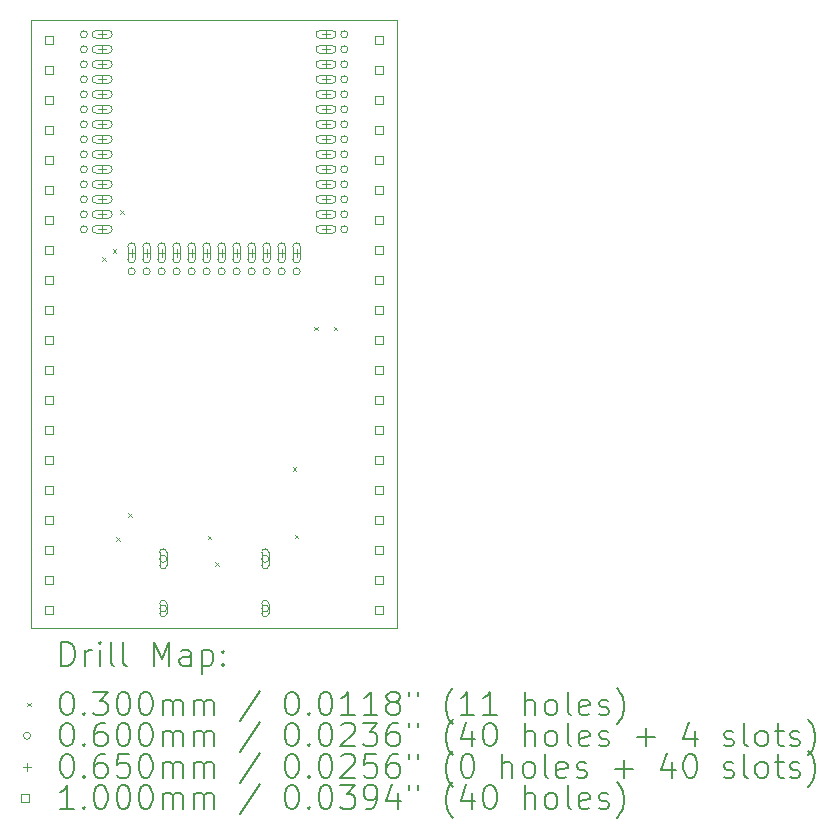
<source format=gbr>
%TF.GenerationSoftware,KiCad,Pcbnew,8.0.5-8.0.5-0~ubuntu24.04.1*%
%TF.CreationDate,2024-09-24T16:48:20+02:00*%
%TF.ProjectId,ESP32-S2_S3-WROOM_flexypin,45535033-322d-4533-925f-53332d57524f,rev?*%
%TF.SameCoordinates,Original*%
%TF.FileFunction,Drillmap*%
%TF.FilePolarity,Positive*%
%FSLAX45Y45*%
G04 Gerber Fmt 4.5, Leading zero omitted, Abs format (unit mm)*
G04 Created by KiCad (PCBNEW 8.0.5-8.0.5-0~ubuntu24.04.1) date 2024-09-24 16:48:20*
%MOMM*%
%LPD*%
G01*
G04 APERTURE LIST*
%ADD10C,0.100000*%
%ADD11C,0.200000*%
G04 APERTURE END LIST*
D10*
X13258800Y-8010000D02*
X16357600Y-8010000D01*
X16357600Y-13158000D02*
X13258800Y-13158000D01*
X16357600Y-8010000D02*
X16357600Y-13158000D01*
X13258800Y-13158000D02*
X13258800Y-8010000D01*
D11*
D10*
X13860000Y-10015000D02*
X13890000Y-10045000D01*
X13890000Y-10015000D02*
X13860000Y-10045000D01*
X13947710Y-9950000D02*
X13977710Y-9980000D01*
X13977710Y-9950000D02*
X13947710Y-9980000D01*
X13980000Y-12385000D02*
X14010000Y-12415000D01*
X14010000Y-12385000D02*
X13980000Y-12415000D01*
X14015000Y-9620000D02*
X14045000Y-9650000D01*
X14045000Y-9620000D02*
X14015000Y-9650000D01*
X14080000Y-12185000D02*
X14110000Y-12215000D01*
X14110000Y-12185000D02*
X14080000Y-12215000D01*
X14752556Y-12375000D02*
X14782556Y-12405000D01*
X14782556Y-12375000D02*
X14752556Y-12405000D01*
X14817240Y-12600201D02*
X14847240Y-12630201D01*
X14847240Y-12600201D02*
X14817240Y-12630201D01*
X15474038Y-11795962D02*
X15504038Y-11825962D01*
X15504038Y-11795962D02*
X15474038Y-11825962D01*
X15490000Y-12365000D02*
X15520000Y-12395000D01*
X15520000Y-12365000D02*
X15490000Y-12395000D01*
X15657450Y-10605000D02*
X15687450Y-10635000D01*
X15687450Y-10605000D02*
X15657450Y-10635000D01*
X15821400Y-10605000D02*
X15851400Y-10635000D01*
X15851400Y-10605000D02*
X15821400Y-10635000D01*
X13735000Y-8129000D02*
G75*
G02*
X13675000Y-8129000I-30000J0D01*
G01*
X13675000Y-8129000D02*
G75*
G02*
X13735000Y-8129000I30000J0D01*
G01*
X13735000Y-8256000D02*
G75*
G02*
X13675000Y-8256000I-30000J0D01*
G01*
X13675000Y-8256000D02*
G75*
G02*
X13735000Y-8256000I30000J0D01*
G01*
X13735000Y-8383000D02*
G75*
G02*
X13675000Y-8383000I-30000J0D01*
G01*
X13675000Y-8383000D02*
G75*
G02*
X13735000Y-8383000I30000J0D01*
G01*
X13735000Y-8510000D02*
G75*
G02*
X13675000Y-8510000I-30000J0D01*
G01*
X13675000Y-8510000D02*
G75*
G02*
X13735000Y-8510000I30000J0D01*
G01*
X13735000Y-8637000D02*
G75*
G02*
X13675000Y-8637000I-30000J0D01*
G01*
X13675000Y-8637000D02*
G75*
G02*
X13735000Y-8637000I30000J0D01*
G01*
X13735000Y-8764000D02*
G75*
G02*
X13675000Y-8764000I-30000J0D01*
G01*
X13675000Y-8764000D02*
G75*
G02*
X13735000Y-8764000I30000J0D01*
G01*
X13735000Y-8891000D02*
G75*
G02*
X13675000Y-8891000I-30000J0D01*
G01*
X13675000Y-8891000D02*
G75*
G02*
X13735000Y-8891000I30000J0D01*
G01*
X13735000Y-9018000D02*
G75*
G02*
X13675000Y-9018000I-30000J0D01*
G01*
X13675000Y-9018000D02*
G75*
G02*
X13735000Y-9018000I30000J0D01*
G01*
X13735000Y-9145000D02*
G75*
G02*
X13675000Y-9145000I-30000J0D01*
G01*
X13675000Y-9145000D02*
G75*
G02*
X13735000Y-9145000I30000J0D01*
G01*
X13735000Y-9272000D02*
G75*
G02*
X13675000Y-9272000I-30000J0D01*
G01*
X13675000Y-9272000D02*
G75*
G02*
X13735000Y-9272000I30000J0D01*
G01*
X13735000Y-9399000D02*
G75*
G02*
X13675000Y-9399000I-30000J0D01*
G01*
X13675000Y-9399000D02*
G75*
G02*
X13735000Y-9399000I30000J0D01*
G01*
X13735000Y-9526000D02*
G75*
G02*
X13675000Y-9526000I-30000J0D01*
G01*
X13675000Y-9526000D02*
G75*
G02*
X13735000Y-9526000I30000J0D01*
G01*
X13735000Y-9653000D02*
G75*
G02*
X13675000Y-9653000I-30000J0D01*
G01*
X13675000Y-9653000D02*
G75*
G02*
X13735000Y-9653000I30000J0D01*
G01*
X13735000Y-9780000D02*
G75*
G02*
X13675000Y-9780000I-30000J0D01*
G01*
X13675000Y-9780000D02*
G75*
G02*
X13735000Y-9780000I30000J0D01*
G01*
X14139000Y-10135000D02*
G75*
G02*
X14079000Y-10135000I-30000J0D01*
G01*
X14079000Y-10135000D02*
G75*
G02*
X14139000Y-10135000I30000J0D01*
G01*
X14266000Y-10135000D02*
G75*
G02*
X14206000Y-10135000I-30000J0D01*
G01*
X14206000Y-10135000D02*
G75*
G02*
X14266000Y-10135000I30000J0D01*
G01*
X14393000Y-10135000D02*
G75*
G02*
X14333000Y-10135000I-30000J0D01*
G01*
X14333000Y-10135000D02*
G75*
G02*
X14393000Y-10135000I30000J0D01*
G01*
X14406200Y-12570000D02*
G75*
G02*
X14346200Y-12570000I-30000J0D01*
G01*
X14346200Y-12570000D02*
G75*
G02*
X14406200Y-12570000I30000J0D01*
G01*
X14346200Y-12515000D02*
X14346200Y-12625000D01*
X14406200Y-12625000D02*
G75*
G02*
X14346200Y-12625000I-30000J0D01*
G01*
X14406200Y-12625000D02*
X14406200Y-12515000D01*
X14406200Y-12515000D02*
G75*
G03*
X14346200Y-12515000I-30000J0D01*
G01*
X14406200Y-12990000D02*
G75*
G02*
X14346200Y-12990000I-30000J0D01*
G01*
X14346200Y-12990000D02*
G75*
G02*
X14406200Y-12990000I30000J0D01*
G01*
X14346200Y-12950000D02*
X14346200Y-13030000D01*
X14406200Y-13030000D02*
G75*
G02*
X14346200Y-13030000I-30000J0D01*
G01*
X14406200Y-13030000D02*
X14406200Y-12950000D01*
X14406200Y-12950000D02*
G75*
G03*
X14346200Y-12950000I-30000J0D01*
G01*
X14520000Y-10135000D02*
G75*
G02*
X14460000Y-10135000I-30000J0D01*
G01*
X14460000Y-10135000D02*
G75*
G02*
X14520000Y-10135000I30000J0D01*
G01*
X14647000Y-10135000D02*
G75*
G02*
X14587000Y-10135000I-30000J0D01*
G01*
X14587000Y-10135000D02*
G75*
G02*
X14647000Y-10135000I30000J0D01*
G01*
X14774000Y-10135000D02*
G75*
G02*
X14714000Y-10135000I-30000J0D01*
G01*
X14714000Y-10135000D02*
G75*
G02*
X14774000Y-10135000I30000J0D01*
G01*
X14901000Y-10135000D02*
G75*
G02*
X14841000Y-10135000I-30000J0D01*
G01*
X14841000Y-10135000D02*
G75*
G02*
X14901000Y-10135000I30000J0D01*
G01*
X15028000Y-10135000D02*
G75*
G02*
X14968000Y-10135000I-30000J0D01*
G01*
X14968000Y-10135000D02*
G75*
G02*
X15028000Y-10135000I30000J0D01*
G01*
X15155000Y-10135000D02*
G75*
G02*
X15095000Y-10135000I-30000J0D01*
G01*
X15095000Y-10135000D02*
G75*
G02*
X15155000Y-10135000I30000J0D01*
G01*
X15270200Y-12570000D02*
G75*
G02*
X15210200Y-12570000I-30000J0D01*
G01*
X15210200Y-12570000D02*
G75*
G02*
X15270200Y-12570000I30000J0D01*
G01*
X15210200Y-12515000D02*
X15210200Y-12625000D01*
X15270200Y-12625000D02*
G75*
G02*
X15210200Y-12625000I-30000J0D01*
G01*
X15270200Y-12625000D02*
X15270200Y-12515000D01*
X15270200Y-12515000D02*
G75*
G03*
X15210200Y-12515000I-30000J0D01*
G01*
X15270200Y-12990000D02*
G75*
G02*
X15210200Y-12990000I-30000J0D01*
G01*
X15210200Y-12990000D02*
G75*
G02*
X15270200Y-12990000I30000J0D01*
G01*
X15210200Y-12950000D02*
X15210200Y-13030000D01*
X15270200Y-13030000D02*
G75*
G02*
X15210200Y-13030000I-30000J0D01*
G01*
X15270200Y-13030000D02*
X15270200Y-12950000D01*
X15270200Y-12950000D02*
G75*
G03*
X15210200Y-12950000I-30000J0D01*
G01*
X15282000Y-10135000D02*
G75*
G02*
X15222000Y-10135000I-30000J0D01*
G01*
X15222000Y-10135000D02*
G75*
G02*
X15282000Y-10135000I30000J0D01*
G01*
X15409000Y-10135000D02*
G75*
G02*
X15349000Y-10135000I-30000J0D01*
G01*
X15349000Y-10135000D02*
G75*
G02*
X15409000Y-10135000I30000J0D01*
G01*
X15536000Y-10135000D02*
G75*
G02*
X15476000Y-10135000I-30000J0D01*
G01*
X15476000Y-10135000D02*
G75*
G02*
X15536000Y-10135000I30000J0D01*
G01*
X15940000Y-8129000D02*
G75*
G02*
X15880000Y-8129000I-30000J0D01*
G01*
X15880000Y-8129000D02*
G75*
G02*
X15940000Y-8129000I30000J0D01*
G01*
X15940000Y-8256000D02*
G75*
G02*
X15880000Y-8256000I-30000J0D01*
G01*
X15880000Y-8256000D02*
G75*
G02*
X15940000Y-8256000I30000J0D01*
G01*
X15940000Y-8383000D02*
G75*
G02*
X15880000Y-8383000I-30000J0D01*
G01*
X15880000Y-8383000D02*
G75*
G02*
X15940000Y-8383000I30000J0D01*
G01*
X15940000Y-8510000D02*
G75*
G02*
X15880000Y-8510000I-30000J0D01*
G01*
X15880000Y-8510000D02*
G75*
G02*
X15940000Y-8510000I30000J0D01*
G01*
X15940000Y-8637000D02*
G75*
G02*
X15880000Y-8637000I-30000J0D01*
G01*
X15880000Y-8637000D02*
G75*
G02*
X15940000Y-8637000I30000J0D01*
G01*
X15940000Y-8764000D02*
G75*
G02*
X15880000Y-8764000I-30000J0D01*
G01*
X15880000Y-8764000D02*
G75*
G02*
X15940000Y-8764000I30000J0D01*
G01*
X15940000Y-8891000D02*
G75*
G02*
X15880000Y-8891000I-30000J0D01*
G01*
X15880000Y-8891000D02*
G75*
G02*
X15940000Y-8891000I30000J0D01*
G01*
X15940000Y-9018000D02*
G75*
G02*
X15880000Y-9018000I-30000J0D01*
G01*
X15880000Y-9018000D02*
G75*
G02*
X15940000Y-9018000I30000J0D01*
G01*
X15940000Y-9145000D02*
G75*
G02*
X15880000Y-9145000I-30000J0D01*
G01*
X15880000Y-9145000D02*
G75*
G02*
X15940000Y-9145000I30000J0D01*
G01*
X15940000Y-9272000D02*
G75*
G02*
X15880000Y-9272000I-30000J0D01*
G01*
X15880000Y-9272000D02*
G75*
G02*
X15940000Y-9272000I30000J0D01*
G01*
X15940000Y-9399000D02*
G75*
G02*
X15880000Y-9399000I-30000J0D01*
G01*
X15880000Y-9399000D02*
G75*
G02*
X15940000Y-9399000I30000J0D01*
G01*
X15940000Y-9526000D02*
G75*
G02*
X15880000Y-9526000I-30000J0D01*
G01*
X15880000Y-9526000D02*
G75*
G02*
X15940000Y-9526000I30000J0D01*
G01*
X15940000Y-9653000D02*
G75*
G02*
X15880000Y-9653000I-30000J0D01*
G01*
X15880000Y-9653000D02*
G75*
G02*
X15940000Y-9653000I30000J0D01*
G01*
X15940000Y-9780000D02*
G75*
G02*
X15880000Y-9780000I-30000J0D01*
G01*
X15880000Y-9780000D02*
G75*
G02*
X15940000Y-9780000I30000J0D01*
G01*
X13860000Y-8096500D02*
X13860000Y-8161500D01*
X13827500Y-8129000D02*
X13892500Y-8129000D01*
X13807500Y-8161500D02*
X13912500Y-8161500D01*
X13912500Y-8096500D02*
G75*
G02*
X13912500Y-8161500I0J-32500D01*
G01*
X13912500Y-8096500D02*
X13807500Y-8096500D01*
X13807500Y-8096500D02*
G75*
G03*
X13807500Y-8161500I0J-32500D01*
G01*
X13860000Y-8223500D02*
X13860000Y-8288500D01*
X13827500Y-8256000D02*
X13892500Y-8256000D01*
X13807500Y-8288500D02*
X13912500Y-8288500D01*
X13912500Y-8223500D02*
G75*
G02*
X13912500Y-8288500I0J-32500D01*
G01*
X13912500Y-8223500D02*
X13807500Y-8223500D01*
X13807500Y-8223500D02*
G75*
G03*
X13807500Y-8288500I0J-32500D01*
G01*
X13860000Y-8350500D02*
X13860000Y-8415500D01*
X13827500Y-8383000D02*
X13892500Y-8383000D01*
X13807500Y-8415500D02*
X13912500Y-8415500D01*
X13912500Y-8350500D02*
G75*
G02*
X13912500Y-8415500I0J-32500D01*
G01*
X13912500Y-8350500D02*
X13807500Y-8350500D01*
X13807500Y-8350500D02*
G75*
G03*
X13807500Y-8415500I0J-32500D01*
G01*
X13860000Y-8477500D02*
X13860000Y-8542500D01*
X13827500Y-8510000D02*
X13892500Y-8510000D01*
X13807500Y-8542500D02*
X13912500Y-8542500D01*
X13912500Y-8477500D02*
G75*
G02*
X13912500Y-8542500I0J-32500D01*
G01*
X13912500Y-8477500D02*
X13807500Y-8477500D01*
X13807500Y-8477500D02*
G75*
G03*
X13807500Y-8542500I0J-32500D01*
G01*
X13860000Y-8604500D02*
X13860000Y-8669500D01*
X13827500Y-8637000D02*
X13892500Y-8637000D01*
X13807500Y-8669500D02*
X13912500Y-8669500D01*
X13912500Y-8604500D02*
G75*
G02*
X13912500Y-8669500I0J-32500D01*
G01*
X13912500Y-8604500D02*
X13807500Y-8604500D01*
X13807500Y-8604500D02*
G75*
G03*
X13807500Y-8669500I0J-32500D01*
G01*
X13860000Y-8731500D02*
X13860000Y-8796500D01*
X13827500Y-8764000D02*
X13892500Y-8764000D01*
X13807500Y-8796500D02*
X13912500Y-8796500D01*
X13912500Y-8731500D02*
G75*
G02*
X13912500Y-8796500I0J-32500D01*
G01*
X13912500Y-8731500D02*
X13807500Y-8731500D01*
X13807500Y-8731500D02*
G75*
G03*
X13807500Y-8796500I0J-32500D01*
G01*
X13860000Y-8858500D02*
X13860000Y-8923500D01*
X13827500Y-8891000D02*
X13892500Y-8891000D01*
X13807500Y-8923500D02*
X13912500Y-8923500D01*
X13912500Y-8858500D02*
G75*
G02*
X13912500Y-8923500I0J-32500D01*
G01*
X13912500Y-8858500D02*
X13807500Y-8858500D01*
X13807500Y-8858500D02*
G75*
G03*
X13807500Y-8923500I0J-32500D01*
G01*
X13860000Y-8985500D02*
X13860000Y-9050500D01*
X13827500Y-9018000D02*
X13892500Y-9018000D01*
X13807500Y-9050500D02*
X13912500Y-9050500D01*
X13912500Y-8985500D02*
G75*
G02*
X13912500Y-9050500I0J-32500D01*
G01*
X13912500Y-8985500D02*
X13807500Y-8985500D01*
X13807500Y-8985500D02*
G75*
G03*
X13807500Y-9050500I0J-32500D01*
G01*
X13860000Y-9112500D02*
X13860000Y-9177500D01*
X13827500Y-9145000D02*
X13892500Y-9145000D01*
X13807500Y-9177500D02*
X13912500Y-9177500D01*
X13912500Y-9112500D02*
G75*
G02*
X13912500Y-9177500I0J-32500D01*
G01*
X13912500Y-9112500D02*
X13807500Y-9112500D01*
X13807500Y-9112500D02*
G75*
G03*
X13807500Y-9177500I0J-32500D01*
G01*
X13860000Y-9239500D02*
X13860000Y-9304500D01*
X13827500Y-9272000D02*
X13892500Y-9272000D01*
X13807500Y-9304500D02*
X13912500Y-9304500D01*
X13912500Y-9239500D02*
G75*
G02*
X13912500Y-9304500I0J-32500D01*
G01*
X13912500Y-9239500D02*
X13807500Y-9239500D01*
X13807500Y-9239500D02*
G75*
G03*
X13807500Y-9304500I0J-32500D01*
G01*
X13860000Y-9366500D02*
X13860000Y-9431500D01*
X13827500Y-9399000D02*
X13892500Y-9399000D01*
X13807500Y-9431500D02*
X13912500Y-9431500D01*
X13912500Y-9366500D02*
G75*
G02*
X13912500Y-9431500I0J-32500D01*
G01*
X13912500Y-9366500D02*
X13807500Y-9366500D01*
X13807500Y-9366500D02*
G75*
G03*
X13807500Y-9431500I0J-32500D01*
G01*
X13860000Y-9493500D02*
X13860000Y-9558500D01*
X13827500Y-9526000D02*
X13892500Y-9526000D01*
X13807500Y-9558500D02*
X13912500Y-9558500D01*
X13912500Y-9493500D02*
G75*
G02*
X13912500Y-9558500I0J-32500D01*
G01*
X13912500Y-9493500D02*
X13807500Y-9493500D01*
X13807500Y-9493500D02*
G75*
G03*
X13807500Y-9558500I0J-32500D01*
G01*
X13860000Y-9620500D02*
X13860000Y-9685500D01*
X13827500Y-9653000D02*
X13892500Y-9653000D01*
X13807500Y-9685500D02*
X13912500Y-9685500D01*
X13912500Y-9620500D02*
G75*
G02*
X13912500Y-9685500I0J-32500D01*
G01*
X13912500Y-9620500D02*
X13807500Y-9620500D01*
X13807500Y-9620500D02*
G75*
G03*
X13807500Y-9685500I0J-32500D01*
G01*
X13860000Y-9747500D02*
X13860000Y-9812500D01*
X13827500Y-9780000D02*
X13892500Y-9780000D01*
X13807500Y-9812500D02*
X13912500Y-9812500D01*
X13912500Y-9747500D02*
G75*
G02*
X13912500Y-9812500I0J-32500D01*
G01*
X13912500Y-9747500D02*
X13807500Y-9747500D01*
X13807500Y-9747500D02*
G75*
G03*
X13807500Y-9812500I0J-32500D01*
G01*
X14109000Y-9947500D02*
X14109000Y-10012500D01*
X14076500Y-9980000D02*
X14141500Y-9980000D01*
X14141500Y-10032500D02*
X14141500Y-9927500D01*
X14076500Y-9927500D02*
G75*
G02*
X14141500Y-9927500I32500J0D01*
G01*
X14076500Y-9927500D02*
X14076500Y-10032500D01*
X14076500Y-10032500D02*
G75*
G03*
X14141500Y-10032500I32500J0D01*
G01*
X14236000Y-9947500D02*
X14236000Y-10012500D01*
X14203500Y-9980000D02*
X14268500Y-9980000D01*
X14268500Y-10032500D02*
X14268500Y-9927500D01*
X14203500Y-9927500D02*
G75*
G02*
X14268500Y-9927500I32500J0D01*
G01*
X14203500Y-9927500D02*
X14203500Y-10032500D01*
X14203500Y-10032500D02*
G75*
G03*
X14268500Y-10032500I32500J0D01*
G01*
X14363000Y-9947500D02*
X14363000Y-10012500D01*
X14330500Y-9980000D02*
X14395500Y-9980000D01*
X14395500Y-10032500D02*
X14395500Y-9927500D01*
X14330500Y-9927500D02*
G75*
G02*
X14395500Y-9927500I32500J0D01*
G01*
X14330500Y-9927500D02*
X14330500Y-10032500D01*
X14330500Y-10032500D02*
G75*
G03*
X14395500Y-10032500I32500J0D01*
G01*
X14490000Y-9947500D02*
X14490000Y-10012500D01*
X14457500Y-9980000D02*
X14522500Y-9980000D01*
X14522500Y-10032500D02*
X14522500Y-9927500D01*
X14457500Y-9927500D02*
G75*
G02*
X14522500Y-9927500I32500J0D01*
G01*
X14457500Y-9927500D02*
X14457500Y-10032500D01*
X14457500Y-10032500D02*
G75*
G03*
X14522500Y-10032500I32500J0D01*
G01*
X14617000Y-9947500D02*
X14617000Y-10012500D01*
X14584500Y-9980000D02*
X14649500Y-9980000D01*
X14649500Y-10032500D02*
X14649500Y-9927500D01*
X14584500Y-9927500D02*
G75*
G02*
X14649500Y-9927500I32500J0D01*
G01*
X14584500Y-9927500D02*
X14584500Y-10032500D01*
X14584500Y-10032500D02*
G75*
G03*
X14649500Y-10032500I32500J0D01*
G01*
X14744000Y-9947500D02*
X14744000Y-10012500D01*
X14711500Y-9980000D02*
X14776500Y-9980000D01*
X14776500Y-10032500D02*
X14776500Y-9927500D01*
X14711500Y-9927500D02*
G75*
G02*
X14776500Y-9927500I32500J0D01*
G01*
X14711500Y-9927500D02*
X14711500Y-10032500D01*
X14711500Y-10032500D02*
G75*
G03*
X14776500Y-10032500I32500J0D01*
G01*
X14871000Y-9947500D02*
X14871000Y-10012500D01*
X14838500Y-9980000D02*
X14903500Y-9980000D01*
X14903500Y-10032500D02*
X14903500Y-9927500D01*
X14838500Y-9927500D02*
G75*
G02*
X14903500Y-9927500I32500J0D01*
G01*
X14838500Y-9927500D02*
X14838500Y-10032500D01*
X14838500Y-10032500D02*
G75*
G03*
X14903500Y-10032500I32500J0D01*
G01*
X14998000Y-9947500D02*
X14998000Y-10012500D01*
X14965500Y-9980000D02*
X15030500Y-9980000D01*
X15030500Y-10032500D02*
X15030500Y-9927500D01*
X14965500Y-9927500D02*
G75*
G02*
X15030500Y-9927500I32500J0D01*
G01*
X14965500Y-9927500D02*
X14965500Y-10032500D01*
X14965500Y-10032500D02*
G75*
G03*
X15030500Y-10032500I32500J0D01*
G01*
X15125000Y-9947500D02*
X15125000Y-10012500D01*
X15092500Y-9980000D02*
X15157500Y-9980000D01*
X15157500Y-10032500D02*
X15157500Y-9927500D01*
X15092500Y-9927500D02*
G75*
G02*
X15157500Y-9927500I32500J0D01*
G01*
X15092500Y-9927500D02*
X15092500Y-10032500D01*
X15092500Y-10032500D02*
G75*
G03*
X15157500Y-10032500I32500J0D01*
G01*
X15252000Y-9947500D02*
X15252000Y-10012500D01*
X15219500Y-9980000D02*
X15284500Y-9980000D01*
X15284500Y-10032500D02*
X15284500Y-9927500D01*
X15219500Y-9927500D02*
G75*
G02*
X15284500Y-9927500I32500J0D01*
G01*
X15219500Y-9927500D02*
X15219500Y-10032500D01*
X15219500Y-10032500D02*
G75*
G03*
X15284500Y-10032500I32500J0D01*
G01*
X15379000Y-9947500D02*
X15379000Y-10012500D01*
X15346500Y-9980000D02*
X15411500Y-9980000D01*
X15411500Y-10032500D02*
X15411500Y-9927500D01*
X15346500Y-9927500D02*
G75*
G02*
X15411500Y-9927500I32500J0D01*
G01*
X15346500Y-9927500D02*
X15346500Y-10032500D01*
X15346500Y-10032500D02*
G75*
G03*
X15411500Y-10032500I32500J0D01*
G01*
X15506000Y-9947500D02*
X15506000Y-10012500D01*
X15473500Y-9980000D02*
X15538500Y-9980000D01*
X15538500Y-10032500D02*
X15538500Y-9927500D01*
X15473500Y-9927500D02*
G75*
G02*
X15538500Y-9927500I32500J0D01*
G01*
X15473500Y-9927500D02*
X15473500Y-10032500D01*
X15473500Y-10032500D02*
G75*
G03*
X15538500Y-10032500I32500J0D01*
G01*
X15755000Y-8096500D02*
X15755000Y-8161500D01*
X15722500Y-8129000D02*
X15787500Y-8129000D01*
X15807500Y-8096500D02*
X15702500Y-8096500D01*
X15702500Y-8161500D02*
G75*
G02*
X15702500Y-8096500I0J32500D01*
G01*
X15702500Y-8161500D02*
X15807500Y-8161500D01*
X15807500Y-8161500D02*
G75*
G03*
X15807500Y-8096500I0J32500D01*
G01*
X15755000Y-8223500D02*
X15755000Y-8288500D01*
X15722500Y-8256000D02*
X15787500Y-8256000D01*
X15807500Y-8223500D02*
X15702500Y-8223500D01*
X15702500Y-8288500D02*
G75*
G02*
X15702500Y-8223500I0J32500D01*
G01*
X15702500Y-8288500D02*
X15807500Y-8288500D01*
X15807500Y-8288500D02*
G75*
G03*
X15807500Y-8223500I0J32500D01*
G01*
X15755000Y-8350500D02*
X15755000Y-8415500D01*
X15722500Y-8383000D02*
X15787500Y-8383000D01*
X15807500Y-8350500D02*
X15702500Y-8350500D01*
X15702500Y-8415500D02*
G75*
G02*
X15702500Y-8350500I0J32500D01*
G01*
X15702500Y-8415500D02*
X15807500Y-8415500D01*
X15807500Y-8415500D02*
G75*
G03*
X15807500Y-8350500I0J32500D01*
G01*
X15755000Y-8477500D02*
X15755000Y-8542500D01*
X15722500Y-8510000D02*
X15787500Y-8510000D01*
X15807500Y-8477500D02*
X15702500Y-8477500D01*
X15702500Y-8542500D02*
G75*
G02*
X15702500Y-8477500I0J32500D01*
G01*
X15702500Y-8542500D02*
X15807500Y-8542500D01*
X15807500Y-8542500D02*
G75*
G03*
X15807500Y-8477500I0J32500D01*
G01*
X15755000Y-8604500D02*
X15755000Y-8669500D01*
X15722500Y-8637000D02*
X15787500Y-8637000D01*
X15807500Y-8604500D02*
X15702500Y-8604500D01*
X15702500Y-8669500D02*
G75*
G02*
X15702500Y-8604500I0J32500D01*
G01*
X15702500Y-8669500D02*
X15807500Y-8669500D01*
X15807500Y-8669500D02*
G75*
G03*
X15807500Y-8604500I0J32500D01*
G01*
X15755000Y-8731500D02*
X15755000Y-8796500D01*
X15722500Y-8764000D02*
X15787500Y-8764000D01*
X15807500Y-8731500D02*
X15702500Y-8731500D01*
X15702500Y-8796500D02*
G75*
G02*
X15702500Y-8731500I0J32500D01*
G01*
X15702500Y-8796500D02*
X15807500Y-8796500D01*
X15807500Y-8796500D02*
G75*
G03*
X15807500Y-8731500I0J32500D01*
G01*
X15755000Y-8858500D02*
X15755000Y-8923500D01*
X15722500Y-8891000D02*
X15787500Y-8891000D01*
X15807500Y-8858500D02*
X15702500Y-8858500D01*
X15702500Y-8923500D02*
G75*
G02*
X15702500Y-8858500I0J32500D01*
G01*
X15702500Y-8923500D02*
X15807500Y-8923500D01*
X15807500Y-8923500D02*
G75*
G03*
X15807500Y-8858500I0J32500D01*
G01*
X15755000Y-8985500D02*
X15755000Y-9050500D01*
X15722500Y-9018000D02*
X15787500Y-9018000D01*
X15807500Y-8985500D02*
X15702500Y-8985500D01*
X15702500Y-9050500D02*
G75*
G02*
X15702500Y-8985500I0J32500D01*
G01*
X15702500Y-9050500D02*
X15807500Y-9050500D01*
X15807500Y-9050500D02*
G75*
G03*
X15807500Y-8985500I0J32500D01*
G01*
X15755000Y-9112500D02*
X15755000Y-9177500D01*
X15722500Y-9145000D02*
X15787500Y-9145000D01*
X15807500Y-9112500D02*
X15702500Y-9112500D01*
X15702500Y-9177500D02*
G75*
G02*
X15702500Y-9112500I0J32500D01*
G01*
X15702500Y-9177500D02*
X15807500Y-9177500D01*
X15807500Y-9177500D02*
G75*
G03*
X15807500Y-9112500I0J32500D01*
G01*
X15755000Y-9239500D02*
X15755000Y-9304500D01*
X15722500Y-9272000D02*
X15787500Y-9272000D01*
X15807500Y-9239500D02*
X15702500Y-9239500D01*
X15702500Y-9304500D02*
G75*
G02*
X15702500Y-9239500I0J32500D01*
G01*
X15702500Y-9304500D02*
X15807500Y-9304500D01*
X15807500Y-9304500D02*
G75*
G03*
X15807500Y-9239500I0J32500D01*
G01*
X15755000Y-9366500D02*
X15755000Y-9431500D01*
X15722500Y-9399000D02*
X15787500Y-9399000D01*
X15807500Y-9366500D02*
X15702500Y-9366500D01*
X15702500Y-9431500D02*
G75*
G02*
X15702500Y-9366500I0J32500D01*
G01*
X15702500Y-9431500D02*
X15807500Y-9431500D01*
X15807500Y-9431500D02*
G75*
G03*
X15807500Y-9366500I0J32500D01*
G01*
X15755000Y-9493500D02*
X15755000Y-9558500D01*
X15722500Y-9526000D02*
X15787500Y-9526000D01*
X15807500Y-9493500D02*
X15702500Y-9493500D01*
X15702500Y-9558500D02*
G75*
G02*
X15702500Y-9493500I0J32500D01*
G01*
X15702500Y-9558500D02*
X15807500Y-9558500D01*
X15807500Y-9558500D02*
G75*
G03*
X15807500Y-9493500I0J32500D01*
G01*
X15755000Y-9620500D02*
X15755000Y-9685500D01*
X15722500Y-9653000D02*
X15787500Y-9653000D01*
X15807500Y-9620500D02*
X15702500Y-9620500D01*
X15702500Y-9685500D02*
G75*
G02*
X15702500Y-9620500I0J32500D01*
G01*
X15702500Y-9685500D02*
X15807500Y-9685500D01*
X15807500Y-9685500D02*
G75*
G03*
X15807500Y-9620500I0J32500D01*
G01*
X15755000Y-9747500D02*
X15755000Y-9812500D01*
X15722500Y-9780000D02*
X15787500Y-9780000D01*
X15807500Y-9747500D02*
X15702500Y-9747500D01*
X15702500Y-9812500D02*
G75*
G02*
X15702500Y-9747500I0J32500D01*
G01*
X15702500Y-9812500D02*
X15807500Y-9812500D01*
X15807500Y-9812500D02*
G75*
G03*
X15807500Y-9747500I0J32500D01*
G01*
X13446556Y-8214156D02*
X13446556Y-8143444D01*
X13375844Y-8143444D01*
X13375844Y-8214156D01*
X13446556Y-8214156D01*
X13446556Y-8468156D02*
X13446556Y-8397444D01*
X13375844Y-8397444D01*
X13375844Y-8468156D01*
X13446556Y-8468156D01*
X13446556Y-8722156D02*
X13446556Y-8651444D01*
X13375844Y-8651444D01*
X13375844Y-8722156D01*
X13446556Y-8722156D01*
X13446556Y-8976156D02*
X13446556Y-8905444D01*
X13375844Y-8905444D01*
X13375844Y-8976156D01*
X13446556Y-8976156D01*
X13446556Y-9230156D02*
X13446556Y-9159444D01*
X13375844Y-9159444D01*
X13375844Y-9230156D01*
X13446556Y-9230156D01*
X13446556Y-9484156D02*
X13446556Y-9413444D01*
X13375844Y-9413444D01*
X13375844Y-9484156D01*
X13446556Y-9484156D01*
X13446556Y-9738156D02*
X13446556Y-9667444D01*
X13375844Y-9667444D01*
X13375844Y-9738156D01*
X13446556Y-9738156D01*
X13446556Y-9992156D02*
X13446556Y-9921444D01*
X13375844Y-9921444D01*
X13375844Y-9992156D01*
X13446556Y-9992156D01*
X13446556Y-10246156D02*
X13446556Y-10175444D01*
X13375844Y-10175444D01*
X13375844Y-10246156D01*
X13446556Y-10246156D01*
X13446556Y-10500156D02*
X13446556Y-10429444D01*
X13375844Y-10429444D01*
X13375844Y-10500156D01*
X13446556Y-10500156D01*
X13446556Y-10754156D02*
X13446556Y-10683444D01*
X13375844Y-10683444D01*
X13375844Y-10754156D01*
X13446556Y-10754156D01*
X13446556Y-11008156D02*
X13446556Y-10937444D01*
X13375844Y-10937444D01*
X13375844Y-11008156D01*
X13446556Y-11008156D01*
X13446556Y-11262156D02*
X13446556Y-11191444D01*
X13375844Y-11191444D01*
X13375844Y-11262156D01*
X13446556Y-11262156D01*
X13446556Y-11516156D02*
X13446556Y-11445444D01*
X13375844Y-11445444D01*
X13375844Y-11516156D01*
X13446556Y-11516156D01*
X13446556Y-11770156D02*
X13446556Y-11699444D01*
X13375844Y-11699444D01*
X13375844Y-11770156D01*
X13446556Y-11770156D01*
X13446556Y-12024156D02*
X13446556Y-11953444D01*
X13375844Y-11953444D01*
X13375844Y-12024156D01*
X13446556Y-12024156D01*
X13446556Y-12278156D02*
X13446556Y-12207444D01*
X13375844Y-12207444D01*
X13375844Y-12278156D01*
X13446556Y-12278156D01*
X13446556Y-12532156D02*
X13446556Y-12461444D01*
X13375844Y-12461444D01*
X13375844Y-12532156D01*
X13446556Y-12532156D01*
X13446556Y-12786156D02*
X13446556Y-12715444D01*
X13375844Y-12715444D01*
X13375844Y-12786156D01*
X13446556Y-12786156D01*
X13446556Y-13040156D02*
X13446556Y-12969444D01*
X13375844Y-12969444D01*
X13375844Y-13040156D01*
X13446556Y-13040156D01*
X16240556Y-8214156D02*
X16240556Y-8143444D01*
X16169844Y-8143444D01*
X16169844Y-8214156D01*
X16240556Y-8214156D01*
X16240556Y-8468156D02*
X16240556Y-8397444D01*
X16169844Y-8397444D01*
X16169844Y-8468156D01*
X16240556Y-8468156D01*
X16240556Y-8722156D02*
X16240556Y-8651444D01*
X16169844Y-8651444D01*
X16169844Y-8722156D01*
X16240556Y-8722156D01*
X16240556Y-8976156D02*
X16240556Y-8905444D01*
X16169844Y-8905444D01*
X16169844Y-8976156D01*
X16240556Y-8976156D01*
X16240556Y-9230156D02*
X16240556Y-9159444D01*
X16169844Y-9159444D01*
X16169844Y-9230156D01*
X16240556Y-9230156D01*
X16240556Y-9484156D02*
X16240556Y-9413444D01*
X16169844Y-9413444D01*
X16169844Y-9484156D01*
X16240556Y-9484156D01*
X16240556Y-9738156D02*
X16240556Y-9667444D01*
X16169844Y-9667444D01*
X16169844Y-9738156D01*
X16240556Y-9738156D01*
X16240556Y-9992156D02*
X16240556Y-9921444D01*
X16169844Y-9921444D01*
X16169844Y-9992156D01*
X16240556Y-9992156D01*
X16240556Y-10246156D02*
X16240556Y-10175444D01*
X16169844Y-10175444D01*
X16169844Y-10246156D01*
X16240556Y-10246156D01*
X16240556Y-10500156D02*
X16240556Y-10429444D01*
X16169844Y-10429444D01*
X16169844Y-10500156D01*
X16240556Y-10500156D01*
X16240556Y-10754156D02*
X16240556Y-10683444D01*
X16169844Y-10683444D01*
X16169844Y-10754156D01*
X16240556Y-10754156D01*
X16240556Y-11008156D02*
X16240556Y-10937444D01*
X16169844Y-10937444D01*
X16169844Y-11008156D01*
X16240556Y-11008156D01*
X16240556Y-11262156D02*
X16240556Y-11191444D01*
X16169844Y-11191444D01*
X16169844Y-11262156D01*
X16240556Y-11262156D01*
X16240556Y-11516156D02*
X16240556Y-11445444D01*
X16169844Y-11445444D01*
X16169844Y-11516156D01*
X16240556Y-11516156D01*
X16240556Y-11770156D02*
X16240556Y-11699444D01*
X16169844Y-11699444D01*
X16169844Y-11770156D01*
X16240556Y-11770156D01*
X16240556Y-12024156D02*
X16240556Y-11953444D01*
X16169844Y-11953444D01*
X16169844Y-12024156D01*
X16240556Y-12024156D01*
X16240556Y-12278156D02*
X16240556Y-12207444D01*
X16169844Y-12207444D01*
X16169844Y-12278156D01*
X16240556Y-12278156D01*
X16240556Y-12532156D02*
X16240556Y-12461444D01*
X16169844Y-12461444D01*
X16169844Y-12532156D01*
X16240556Y-12532156D01*
X16240556Y-12786156D02*
X16240556Y-12715444D01*
X16169844Y-12715444D01*
X16169844Y-12786156D01*
X16240556Y-12786156D01*
X16240556Y-13040156D02*
X16240556Y-12969444D01*
X16169844Y-12969444D01*
X16169844Y-13040156D01*
X16240556Y-13040156D01*
D11*
X13514577Y-13474484D02*
X13514577Y-13274484D01*
X13514577Y-13274484D02*
X13562196Y-13274484D01*
X13562196Y-13274484D02*
X13590767Y-13284008D01*
X13590767Y-13284008D02*
X13609815Y-13303055D01*
X13609815Y-13303055D02*
X13619339Y-13322103D01*
X13619339Y-13322103D02*
X13628862Y-13360198D01*
X13628862Y-13360198D02*
X13628862Y-13388769D01*
X13628862Y-13388769D02*
X13619339Y-13426865D01*
X13619339Y-13426865D02*
X13609815Y-13445912D01*
X13609815Y-13445912D02*
X13590767Y-13464960D01*
X13590767Y-13464960D02*
X13562196Y-13474484D01*
X13562196Y-13474484D02*
X13514577Y-13474484D01*
X13714577Y-13474484D02*
X13714577Y-13341150D01*
X13714577Y-13379246D02*
X13724101Y-13360198D01*
X13724101Y-13360198D02*
X13733624Y-13350674D01*
X13733624Y-13350674D02*
X13752672Y-13341150D01*
X13752672Y-13341150D02*
X13771720Y-13341150D01*
X13838386Y-13474484D02*
X13838386Y-13341150D01*
X13838386Y-13274484D02*
X13828862Y-13284008D01*
X13828862Y-13284008D02*
X13838386Y-13293531D01*
X13838386Y-13293531D02*
X13847910Y-13284008D01*
X13847910Y-13284008D02*
X13838386Y-13274484D01*
X13838386Y-13274484D02*
X13838386Y-13293531D01*
X13962196Y-13474484D02*
X13943148Y-13464960D01*
X13943148Y-13464960D02*
X13933624Y-13445912D01*
X13933624Y-13445912D02*
X13933624Y-13274484D01*
X14066958Y-13474484D02*
X14047910Y-13464960D01*
X14047910Y-13464960D02*
X14038386Y-13445912D01*
X14038386Y-13445912D02*
X14038386Y-13274484D01*
X14295529Y-13474484D02*
X14295529Y-13274484D01*
X14295529Y-13274484D02*
X14362196Y-13417341D01*
X14362196Y-13417341D02*
X14428862Y-13274484D01*
X14428862Y-13274484D02*
X14428862Y-13474484D01*
X14609815Y-13474484D02*
X14609815Y-13369722D01*
X14609815Y-13369722D02*
X14600291Y-13350674D01*
X14600291Y-13350674D02*
X14581243Y-13341150D01*
X14581243Y-13341150D02*
X14543148Y-13341150D01*
X14543148Y-13341150D02*
X14524101Y-13350674D01*
X14609815Y-13464960D02*
X14590767Y-13474484D01*
X14590767Y-13474484D02*
X14543148Y-13474484D01*
X14543148Y-13474484D02*
X14524101Y-13464960D01*
X14524101Y-13464960D02*
X14514577Y-13445912D01*
X14514577Y-13445912D02*
X14514577Y-13426865D01*
X14514577Y-13426865D02*
X14524101Y-13407817D01*
X14524101Y-13407817D02*
X14543148Y-13398293D01*
X14543148Y-13398293D02*
X14590767Y-13398293D01*
X14590767Y-13398293D02*
X14609815Y-13388769D01*
X14705053Y-13341150D02*
X14705053Y-13541150D01*
X14705053Y-13350674D02*
X14724101Y-13341150D01*
X14724101Y-13341150D02*
X14762196Y-13341150D01*
X14762196Y-13341150D02*
X14781243Y-13350674D01*
X14781243Y-13350674D02*
X14790767Y-13360198D01*
X14790767Y-13360198D02*
X14800291Y-13379246D01*
X14800291Y-13379246D02*
X14800291Y-13436388D01*
X14800291Y-13436388D02*
X14790767Y-13455436D01*
X14790767Y-13455436D02*
X14781243Y-13464960D01*
X14781243Y-13464960D02*
X14762196Y-13474484D01*
X14762196Y-13474484D02*
X14724101Y-13474484D01*
X14724101Y-13474484D02*
X14705053Y-13464960D01*
X14886005Y-13455436D02*
X14895529Y-13464960D01*
X14895529Y-13464960D02*
X14886005Y-13474484D01*
X14886005Y-13474484D02*
X14876482Y-13464960D01*
X14876482Y-13464960D02*
X14886005Y-13455436D01*
X14886005Y-13455436D02*
X14886005Y-13474484D01*
X14886005Y-13350674D02*
X14895529Y-13360198D01*
X14895529Y-13360198D02*
X14886005Y-13369722D01*
X14886005Y-13369722D02*
X14876482Y-13360198D01*
X14876482Y-13360198D02*
X14886005Y-13350674D01*
X14886005Y-13350674D02*
X14886005Y-13369722D01*
D10*
X13223800Y-13788000D02*
X13253800Y-13818000D01*
X13253800Y-13788000D02*
X13223800Y-13818000D01*
D11*
X13552672Y-13694484D02*
X13571720Y-13694484D01*
X13571720Y-13694484D02*
X13590767Y-13704008D01*
X13590767Y-13704008D02*
X13600291Y-13713531D01*
X13600291Y-13713531D02*
X13609815Y-13732579D01*
X13609815Y-13732579D02*
X13619339Y-13770674D01*
X13619339Y-13770674D02*
X13619339Y-13818293D01*
X13619339Y-13818293D02*
X13609815Y-13856388D01*
X13609815Y-13856388D02*
X13600291Y-13875436D01*
X13600291Y-13875436D02*
X13590767Y-13884960D01*
X13590767Y-13884960D02*
X13571720Y-13894484D01*
X13571720Y-13894484D02*
X13552672Y-13894484D01*
X13552672Y-13894484D02*
X13533624Y-13884960D01*
X13533624Y-13884960D02*
X13524101Y-13875436D01*
X13524101Y-13875436D02*
X13514577Y-13856388D01*
X13514577Y-13856388D02*
X13505053Y-13818293D01*
X13505053Y-13818293D02*
X13505053Y-13770674D01*
X13505053Y-13770674D02*
X13514577Y-13732579D01*
X13514577Y-13732579D02*
X13524101Y-13713531D01*
X13524101Y-13713531D02*
X13533624Y-13704008D01*
X13533624Y-13704008D02*
X13552672Y-13694484D01*
X13705053Y-13875436D02*
X13714577Y-13884960D01*
X13714577Y-13884960D02*
X13705053Y-13894484D01*
X13705053Y-13894484D02*
X13695529Y-13884960D01*
X13695529Y-13884960D02*
X13705053Y-13875436D01*
X13705053Y-13875436D02*
X13705053Y-13894484D01*
X13781243Y-13694484D02*
X13905053Y-13694484D01*
X13905053Y-13694484D02*
X13838386Y-13770674D01*
X13838386Y-13770674D02*
X13866958Y-13770674D01*
X13866958Y-13770674D02*
X13886005Y-13780198D01*
X13886005Y-13780198D02*
X13895529Y-13789722D01*
X13895529Y-13789722D02*
X13905053Y-13808769D01*
X13905053Y-13808769D02*
X13905053Y-13856388D01*
X13905053Y-13856388D02*
X13895529Y-13875436D01*
X13895529Y-13875436D02*
X13886005Y-13884960D01*
X13886005Y-13884960D02*
X13866958Y-13894484D01*
X13866958Y-13894484D02*
X13809815Y-13894484D01*
X13809815Y-13894484D02*
X13790767Y-13884960D01*
X13790767Y-13884960D02*
X13781243Y-13875436D01*
X14028862Y-13694484D02*
X14047910Y-13694484D01*
X14047910Y-13694484D02*
X14066958Y-13704008D01*
X14066958Y-13704008D02*
X14076482Y-13713531D01*
X14076482Y-13713531D02*
X14086005Y-13732579D01*
X14086005Y-13732579D02*
X14095529Y-13770674D01*
X14095529Y-13770674D02*
X14095529Y-13818293D01*
X14095529Y-13818293D02*
X14086005Y-13856388D01*
X14086005Y-13856388D02*
X14076482Y-13875436D01*
X14076482Y-13875436D02*
X14066958Y-13884960D01*
X14066958Y-13884960D02*
X14047910Y-13894484D01*
X14047910Y-13894484D02*
X14028862Y-13894484D01*
X14028862Y-13894484D02*
X14009815Y-13884960D01*
X14009815Y-13884960D02*
X14000291Y-13875436D01*
X14000291Y-13875436D02*
X13990767Y-13856388D01*
X13990767Y-13856388D02*
X13981243Y-13818293D01*
X13981243Y-13818293D02*
X13981243Y-13770674D01*
X13981243Y-13770674D02*
X13990767Y-13732579D01*
X13990767Y-13732579D02*
X14000291Y-13713531D01*
X14000291Y-13713531D02*
X14009815Y-13704008D01*
X14009815Y-13704008D02*
X14028862Y-13694484D01*
X14219339Y-13694484D02*
X14238386Y-13694484D01*
X14238386Y-13694484D02*
X14257434Y-13704008D01*
X14257434Y-13704008D02*
X14266958Y-13713531D01*
X14266958Y-13713531D02*
X14276482Y-13732579D01*
X14276482Y-13732579D02*
X14286005Y-13770674D01*
X14286005Y-13770674D02*
X14286005Y-13818293D01*
X14286005Y-13818293D02*
X14276482Y-13856388D01*
X14276482Y-13856388D02*
X14266958Y-13875436D01*
X14266958Y-13875436D02*
X14257434Y-13884960D01*
X14257434Y-13884960D02*
X14238386Y-13894484D01*
X14238386Y-13894484D02*
X14219339Y-13894484D01*
X14219339Y-13894484D02*
X14200291Y-13884960D01*
X14200291Y-13884960D02*
X14190767Y-13875436D01*
X14190767Y-13875436D02*
X14181243Y-13856388D01*
X14181243Y-13856388D02*
X14171720Y-13818293D01*
X14171720Y-13818293D02*
X14171720Y-13770674D01*
X14171720Y-13770674D02*
X14181243Y-13732579D01*
X14181243Y-13732579D02*
X14190767Y-13713531D01*
X14190767Y-13713531D02*
X14200291Y-13704008D01*
X14200291Y-13704008D02*
X14219339Y-13694484D01*
X14371720Y-13894484D02*
X14371720Y-13761150D01*
X14371720Y-13780198D02*
X14381243Y-13770674D01*
X14381243Y-13770674D02*
X14400291Y-13761150D01*
X14400291Y-13761150D02*
X14428863Y-13761150D01*
X14428863Y-13761150D02*
X14447910Y-13770674D01*
X14447910Y-13770674D02*
X14457434Y-13789722D01*
X14457434Y-13789722D02*
X14457434Y-13894484D01*
X14457434Y-13789722D02*
X14466958Y-13770674D01*
X14466958Y-13770674D02*
X14486005Y-13761150D01*
X14486005Y-13761150D02*
X14514577Y-13761150D01*
X14514577Y-13761150D02*
X14533624Y-13770674D01*
X14533624Y-13770674D02*
X14543148Y-13789722D01*
X14543148Y-13789722D02*
X14543148Y-13894484D01*
X14638386Y-13894484D02*
X14638386Y-13761150D01*
X14638386Y-13780198D02*
X14647910Y-13770674D01*
X14647910Y-13770674D02*
X14666958Y-13761150D01*
X14666958Y-13761150D02*
X14695529Y-13761150D01*
X14695529Y-13761150D02*
X14714577Y-13770674D01*
X14714577Y-13770674D02*
X14724101Y-13789722D01*
X14724101Y-13789722D02*
X14724101Y-13894484D01*
X14724101Y-13789722D02*
X14733624Y-13770674D01*
X14733624Y-13770674D02*
X14752672Y-13761150D01*
X14752672Y-13761150D02*
X14781243Y-13761150D01*
X14781243Y-13761150D02*
X14800291Y-13770674D01*
X14800291Y-13770674D02*
X14809815Y-13789722D01*
X14809815Y-13789722D02*
X14809815Y-13894484D01*
X15200291Y-13684960D02*
X15028863Y-13942103D01*
X15457434Y-13694484D02*
X15476482Y-13694484D01*
X15476482Y-13694484D02*
X15495529Y-13704008D01*
X15495529Y-13704008D02*
X15505053Y-13713531D01*
X15505053Y-13713531D02*
X15514577Y-13732579D01*
X15514577Y-13732579D02*
X15524101Y-13770674D01*
X15524101Y-13770674D02*
X15524101Y-13818293D01*
X15524101Y-13818293D02*
X15514577Y-13856388D01*
X15514577Y-13856388D02*
X15505053Y-13875436D01*
X15505053Y-13875436D02*
X15495529Y-13884960D01*
X15495529Y-13884960D02*
X15476482Y-13894484D01*
X15476482Y-13894484D02*
X15457434Y-13894484D01*
X15457434Y-13894484D02*
X15438386Y-13884960D01*
X15438386Y-13884960D02*
X15428863Y-13875436D01*
X15428863Y-13875436D02*
X15419339Y-13856388D01*
X15419339Y-13856388D02*
X15409815Y-13818293D01*
X15409815Y-13818293D02*
X15409815Y-13770674D01*
X15409815Y-13770674D02*
X15419339Y-13732579D01*
X15419339Y-13732579D02*
X15428863Y-13713531D01*
X15428863Y-13713531D02*
X15438386Y-13704008D01*
X15438386Y-13704008D02*
X15457434Y-13694484D01*
X15609815Y-13875436D02*
X15619339Y-13884960D01*
X15619339Y-13884960D02*
X15609815Y-13894484D01*
X15609815Y-13894484D02*
X15600291Y-13884960D01*
X15600291Y-13884960D02*
X15609815Y-13875436D01*
X15609815Y-13875436D02*
X15609815Y-13894484D01*
X15743148Y-13694484D02*
X15762196Y-13694484D01*
X15762196Y-13694484D02*
X15781244Y-13704008D01*
X15781244Y-13704008D02*
X15790767Y-13713531D01*
X15790767Y-13713531D02*
X15800291Y-13732579D01*
X15800291Y-13732579D02*
X15809815Y-13770674D01*
X15809815Y-13770674D02*
X15809815Y-13818293D01*
X15809815Y-13818293D02*
X15800291Y-13856388D01*
X15800291Y-13856388D02*
X15790767Y-13875436D01*
X15790767Y-13875436D02*
X15781244Y-13884960D01*
X15781244Y-13884960D02*
X15762196Y-13894484D01*
X15762196Y-13894484D02*
X15743148Y-13894484D01*
X15743148Y-13894484D02*
X15724101Y-13884960D01*
X15724101Y-13884960D02*
X15714577Y-13875436D01*
X15714577Y-13875436D02*
X15705053Y-13856388D01*
X15705053Y-13856388D02*
X15695529Y-13818293D01*
X15695529Y-13818293D02*
X15695529Y-13770674D01*
X15695529Y-13770674D02*
X15705053Y-13732579D01*
X15705053Y-13732579D02*
X15714577Y-13713531D01*
X15714577Y-13713531D02*
X15724101Y-13704008D01*
X15724101Y-13704008D02*
X15743148Y-13694484D01*
X16000291Y-13894484D02*
X15886006Y-13894484D01*
X15943148Y-13894484D02*
X15943148Y-13694484D01*
X15943148Y-13694484D02*
X15924101Y-13723055D01*
X15924101Y-13723055D02*
X15905053Y-13742103D01*
X15905053Y-13742103D02*
X15886006Y-13751627D01*
X16190767Y-13894484D02*
X16076482Y-13894484D01*
X16133625Y-13894484D02*
X16133625Y-13694484D01*
X16133625Y-13694484D02*
X16114577Y-13723055D01*
X16114577Y-13723055D02*
X16095529Y-13742103D01*
X16095529Y-13742103D02*
X16076482Y-13751627D01*
X16305053Y-13780198D02*
X16286006Y-13770674D01*
X16286006Y-13770674D02*
X16276482Y-13761150D01*
X16276482Y-13761150D02*
X16266958Y-13742103D01*
X16266958Y-13742103D02*
X16266958Y-13732579D01*
X16266958Y-13732579D02*
X16276482Y-13713531D01*
X16276482Y-13713531D02*
X16286006Y-13704008D01*
X16286006Y-13704008D02*
X16305053Y-13694484D01*
X16305053Y-13694484D02*
X16343148Y-13694484D01*
X16343148Y-13694484D02*
X16362196Y-13704008D01*
X16362196Y-13704008D02*
X16371720Y-13713531D01*
X16371720Y-13713531D02*
X16381244Y-13732579D01*
X16381244Y-13732579D02*
X16381244Y-13742103D01*
X16381244Y-13742103D02*
X16371720Y-13761150D01*
X16371720Y-13761150D02*
X16362196Y-13770674D01*
X16362196Y-13770674D02*
X16343148Y-13780198D01*
X16343148Y-13780198D02*
X16305053Y-13780198D01*
X16305053Y-13780198D02*
X16286006Y-13789722D01*
X16286006Y-13789722D02*
X16276482Y-13799246D01*
X16276482Y-13799246D02*
X16266958Y-13818293D01*
X16266958Y-13818293D02*
X16266958Y-13856388D01*
X16266958Y-13856388D02*
X16276482Y-13875436D01*
X16276482Y-13875436D02*
X16286006Y-13884960D01*
X16286006Y-13884960D02*
X16305053Y-13894484D01*
X16305053Y-13894484D02*
X16343148Y-13894484D01*
X16343148Y-13894484D02*
X16362196Y-13884960D01*
X16362196Y-13884960D02*
X16371720Y-13875436D01*
X16371720Y-13875436D02*
X16381244Y-13856388D01*
X16381244Y-13856388D02*
X16381244Y-13818293D01*
X16381244Y-13818293D02*
X16371720Y-13799246D01*
X16371720Y-13799246D02*
X16362196Y-13789722D01*
X16362196Y-13789722D02*
X16343148Y-13780198D01*
X16457434Y-13694484D02*
X16457434Y-13732579D01*
X16533625Y-13694484D02*
X16533625Y-13732579D01*
X16828863Y-13970674D02*
X16819339Y-13961150D01*
X16819339Y-13961150D02*
X16800291Y-13932579D01*
X16800291Y-13932579D02*
X16790768Y-13913531D01*
X16790768Y-13913531D02*
X16781244Y-13884960D01*
X16781244Y-13884960D02*
X16771720Y-13837341D01*
X16771720Y-13837341D02*
X16771720Y-13799246D01*
X16771720Y-13799246D02*
X16781244Y-13751627D01*
X16781244Y-13751627D02*
X16790768Y-13723055D01*
X16790768Y-13723055D02*
X16800291Y-13704008D01*
X16800291Y-13704008D02*
X16819339Y-13675436D01*
X16819339Y-13675436D02*
X16828863Y-13665912D01*
X17009815Y-13894484D02*
X16895530Y-13894484D01*
X16952672Y-13894484D02*
X16952672Y-13694484D01*
X16952672Y-13694484D02*
X16933625Y-13723055D01*
X16933625Y-13723055D02*
X16914577Y-13742103D01*
X16914577Y-13742103D02*
X16895530Y-13751627D01*
X17200291Y-13894484D02*
X17086006Y-13894484D01*
X17143149Y-13894484D02*
X17143149Y-13694484D01*
X17143149Y-13694484D02*
X17124101Y-13723055D01*
X17124101Y-13723055D02*
X17105053Y-13742103D01*
X17105053Y-13742103D02*
X17086006Y-13751627D01*
X17438387Y-13894484D02*
X17438387Y-13694484D01*
X17524101Y-13894484D02*
X17524101Y-13789722D01*
X17524101Y-13789722D02*
X17514577Y-13770674D01*
X17514577Y-13770674D02*
X17495530Y-13761150D01*
X17495530Y-13761150D02*
X17466958Y-13761150D01*
X17466958Y-13761150D02*
X17447911Y-13770674D01*
X17447911Y-13770674D02*
X17438387Y-13780198D01*
X17647911Y-13894484D02*
X17628863Y-13884960D01*
X17628863Y-13884960D02*
X17619339Y-13875436D01*
X17619339Y-13875436D02*
X17609815Y-13856388D01*
X17609815Y-13856388D02*
X17609815Y-13799246D01*
X17609815Y-13799246D02*
X17619339Y-13780198D01*
X17619339Y-13780198D02*
X17628863Y-13770674D01*
X17628863Y-13770674D02*
X17647911Y-13761150D01*
X17647911Y-13761150D02*
X17676482Y-13761150D01*
X17676482Y-13761150D02*
X17695530Y-13770674D01*
X17695530Y-13770674D02*
X17705053Y-13780198D01*
X17705053Y-13780198D02*
X17714577Y-13799246D01*
X17714577Y-13799246D02*
X17714577Y-13856388D01*
X17714577Y-13856388D02*
X17705053Y-13875436D01*
X17705053Y-13875436D02*
X17695530Y-13884960D01*
X17695530Y-13884960D02*
X17676482Y-13894484D01*
X17676482Y-13894484D02*
X17647911Y-13894484D01*
X17828863Y-13894484D02*
X17809815Y-13884960D01*
X17809815Y-13884960D02*
X17800292Y-13865912D01*
X17800292Y-13865912D02*
X17800292Y-13694484D01*
X17981244Y-13884960D02*
X17962196Y-13894484D01*
X17962196Y-13894484D02*
X17924101Y-13894484D01*
X17924101Y-13894484D02*
X17905053Y-13884960D01*
X17905053Y-13884960D02*
X17895530Y-13865912D01*
X17895530Y-13865912D02*
X17895530Y-13789722D01*
X17895530Y-13789722D02*
X17905053Y-13770674D01*
X17905053Y-13770674D02*
X17924101Y-13761150D01*
X17924101Y-13761150D02*
X17962196Y-13761150D01*
X17962196Y-13761150D02*
X17981244Y-13770674D01*
X17981244Y-13770674D02*
X17990768Y-13789722D01*
X17990768Y-13789722D02*
X17990768Y-13808769D01*
X17990768Y-13808769D02*
X17895530Y-13827817D01*
X18066958Y-13884960D02*
X18086006Y-13894484D01*
X18086006Y-13894484D02*
X18124101Y-13894484D01*
X18124101Y-13894484D02*
X18143149Y-13884960D01*
X18143149Y-13884960D02*
X18152673Y-13865912D01*
X18152673Y-13865912D02*
X18152673Y-13856388D01*
X18152673Y-13856388D02*
X18143149Y-13837341D01*
X18143149Y-13837341D02*
X18124101Y-13827817D01*
X18124101Y-13827817D02*
X18095530Y-13827817D01*
X18095530Y-13827817D02*
X18076482Y-13818293D01*
X18076482Y-13818293D02*
X18066958Y-13799246D01*
X18066958Y-13799246D02*
X18066958Y-13789722D01*
X18066958Y-13789722D02*
X18076482Y-13770674D01*
X18076482Y-13770674D02*
X18095530Y-13761150D01*
X18095530Y-13761150D02*
X18124101Y-13761150D01*
X18124101Y-13761150D02*
X18143149Y-13770674D01*
X18219339Y-13970674D02*
X18228863Y-13961150D01*
X18228863Y-13961150D02*
X18247911Y-13932579D01*
X18247911Y-13932579D02*
X18257434Y-13913531D01*
X18257434Y-13913531D02*
X18266958Y-13884960D01*
X18266958Y-13884960D02*
X18276482Y-13837341D01*
X18276482Y-13837341D02*
X18276482Y-13799246D01*
X18276482Y-13799246D02*
X18266958Y-13751627D01*
X18266958Y-13751627D02*
X18257434Y-13723055D01*
X18257434Y-13723055D02*
X18247911Y-13704008D01*
X18247911Y-13704008D02*
X18228863Y-13675436D01*
X18228863Y-13675436D02*
X18219339Y-13665912D01*
D10*
X13253800Y-14067000D02*
G75*
G02*
X13193800Y-14067000I-30000J0D01*
G01*
X13193800Y-14067000D02*
G75*
G02*
X13253800Y-14067000I30000J0D01*
G01*
D11*
X13552672Y-13958484D02*
X13571720Y-13958484D01*
X13571720Y-13958484D02*
X13590767Y-13968008D01*
X13590767Y-13968008D02*
X13600291Y-13977531D01*
X13600291Y-13977531D02*
X13609815Y-13996579D01*
X13609815Y-13996579D02*
X13619339Y-14034674D01*
X13619339Y-14034674D02*
X13619339Y-14082293D01*
X13619339Y-14082293D02*
X13609815Y-14120388D01*
X13609815Y-14120388D02*
X13600291Y-14139436D01*
X13600291Y-14139436D02*
X13590767Y-14148960D01*
X13590767Y-14148960D02*
X13571720Y-14158484D01*
X13571720Y-14158484D02*
X13552672Y-14158484D01*
X13552672Y-14158484D02*
X13533624Y-14148960D01*
X13533624Y-14148960D02*
X13524101Y-14139436D01*
X13524101Y-14139436D02*
X13514577Y-14120388D01*
X13514577Y-14120388D02*
X13505053Y-14082293D01*
X13505053Y-14082293D02*
X13505053Y-14034674D01*
X13505053Y-14034674D02*
X13514577Y-13996579D01*
X13514577Y-13996579D02*
X13524101Y-13977531D01*
X13524101Y-13977531D02*
X13533624Y-13968008D01*
X13533624Y-13968008D02*
X13552672Y-13958484D01*
X13705053Y-14139436D02*
X13714577Y-14148960D01*
X13714577Y-14148960D02*
X13705053Y-14158484D01*
X13705053Y-14158484D02*
X13695529Y-14148960D01*
X13695529Y-14148960D02*
X13705053Y-14139436D01*
X13705053Y-14139436D02*
X13705053Y-14158484D01*
X13886005Y-13958484D02*
X13847910Y-13958484D01*
X13847910Y-13958484D02*
X13828862Y-13968008D01*
X13828862Y-13968008D02*
X13819339Y-13977531D01*
X13819339Y-13977531D02*
X13800291Y-14006103D01*
X13800291Y-14006103D02*
X13790767Y-14044198D01*
X13790767Y-14044198D02*
X13790767Y-14120388D01*
X13790767Y-14120388D02*
X13800291Y-14139436D01*
X13800291Y-14139436D02*
X13809815Y-14148960D01*
X13809815Y-14148960D02*
X13828862Y-14158484D01*
X13828862Y-14158484D02*
X13866958Y-14158484D01*
X13866958Y-14158484D02*
X13886005Y-14148960D01*
X13886005Y-14148960D02*
X13895529Y-14139436D01*
X13895529Y-14139436D02*
X13905053Y-14120388D01*
X13905053Y-14120388D02*
X13905053Y-14072769D01*
X13905053Y-14072769D02*
X13895529Y-14053722D01*
X13895529Y-14053722D02*
X13886005Y-14044198D01*
X13886005Y-14044198D02*
X13866958Y-14034674D01*
X13866958Y-14034674D02*
X13828862Y-14034674D01*
X13828862Y-14034674D02*
X13809815Y-14044198D01*
X13809815Y-14044198D02*
X13800291Y-14053722D01*
X13800291Y-14053722D02*
X13790767Y-14072769D01*
X14028862Y-13958484D02*
X14047910Y-13958484D01*
X14047910Y-13958484D02*
X14066958Y-13968008D01*
X14066958Y-13968008D02*
X14076482Y-13977531D01*
X14076482Y-13977531D02*
X14086005Y-13996579D01*
X14086005Y-13996579D02*
X14095529Y-14034674D01*
X14095529Y-14034674D02*
X14095529Y-14082293D01*
X14095529Y-14082293D02*
X14086005Y-14120388D01*
X14086005Y-14120388D02*
X14076482Y-14139436D01*
X14076482Y-14139436D02*
X14066958Y-14148960D01*
X14066958Y-14148960D02*
X14047910Y-14158484D01*
X14047910Y-14158484D02*
X14028862Y-14158484D01*
X14028862Y-14158484D02*
X14009815Y-14148960D01*
X14009815Y-14148960D02*
X14000291Y-14139436D01*
X14000291Y-14139436D02*
X13990767Y-14120388D01*
X13990767Y-14120388D02*
X13981243Y-14082293D01*
X13981243Y-14082293D02*
X13981243Y-14034674D01*
X13981243Y-14034674D02*
X13990767Y-13996579D01*
X13990767Y-13996579D02*
X14000291Y-13977531D01*
X14000291Y-13977531D02*
X14009815Y-13968008D01*
X14009815Y-13968008D02*
X14028862Y-13958484D01*
X14219339Y-13958484D02*
X14238386Y-13958484D01*
X14238386Y-13958484D02*
X14257434Y-13968008D01*
X14257434Y-13968008D02*
X14266958Y-13977531D01*
X14266958Y-13977531D02*
X14276482Y-13996579D01*
X14276482Y-13996579D02*
X14286005Y-14034674D01*
X14286005Y-14034674D02*
X14286005Y-14082293D01*
X14286005Y-14082293D02*
X14276482Y-14120388D01*
X14276482Y-14120388D02*
X14266958Y-14139436D01*
X14266958Y-14139436D02*
X14257434Y-14148960D01*
X14257434Y-14148960D02*
X14238386Y-14158484D01*
X14238386Y-14158484D02*
X14219339Y-14158484D01*
X14219339Y-14158484D02*
X14200291Y-14148960D01*
X14200291Y-14148960D02*
X14190767Y-14139436D01*
X14190767Y-14139436D02*
X14181243Y-14120388D01*
X14181243Y-14120388D02*
X14171720Y-14082293D01*
X14171720Y-14082293D02*
X14171720Y-14034674D01*
X14171720Y-14034674D02*
X14181243Y-13996579D01*
X14181243Y-13996579D02*
X14190767Y-13977531D01*
X14190767Y-13977531D02*
X14200291Y-13968008D01*
X14200291Y-13968008D02*
X14219339Y-13958484D01*
X14371720Y-14158484D02*
X14371720Y-14025150D01*
X14371720Y-14044198D02*
X14381243Y-14034674D01*
X14381243Y-14034674D02*
X14400291Y-14025150D01*
X14400291Y-14025150D02*
X14428863Y-14025150D01*
X14428863Y-14025150D02*
X14447910Y-14034674D01*
X14447910Y-14034674D02*
X14457434Y-14053722D01*
X14457434Y-14053722D02*
X14457434Y-14158484D01*
X14457434Y-14053722D02*
X14466958Y-14034674D01*
X14466958Y-14034674D02*
X14486005Y-14025150D01*
X14486005Y-14025150D02*
X14514577Y-14025150D01*
X14514577Y-14025150D02*
X14533624Y-14034674D01*
X14533624Y-14034674D02*
X14543148Y-14053722D01*
X14543148Y-14053722D02*
X14543148Y-14158484D01*
X14638386Y-14158484D02*
X14638386Y-14025150D01*
X14638386Y-14044198D02*
X14647910Y-14034674D01*
X14647910Y-14034674D02*
X14666958Y-14025150D01*
X14666958Y-14025150D02*
X14695529Y-14025150D01*
X14695529Y-14025150D02*
X14714577Y-14034674D01*
X14714577Y-14034674D02*
X14724101Y-14053722D01*
X14724101Y-14053722D02*
X14724101Y-14158484D01*
X14724101Y-14053722D02*
X14733624Y-14034674D01*
X14733624Y-14034674D02*
X14752672Y-14025150D01*
X14752672Y-14025150D02*
X14781243Y-14025150D01*
X14781243Y-14025150D02*
X14800291Y-14034674D01*
X14800291Y-14034674D02*
X14809815Y-14053722D01*
X14809815Y-14053722D02*
X14809815Y-14158484D01*
X15200291Y-13948960D02*
X15028863Y-14206103D01*
X15457434Y-13958484D02*
X15476482Y-13958484D01*
X15476482Y-13958484D02*
X15495529Y-13968008D01*
X15495529Y-13968008D02*
X15505053Y-13977531D01*
X15505053Y-13977531D02*
X15514577Y-13996579D01*
X15514577Y-13996579D02*
X15524101Y-14034674D01*
X15524101Y-14034674D02*
X15524101Y-14082293D01*
X15524101Y-14082293D02*
X15514577Y-14120388D01*
X15514577Y-14120388D02*
X15505053Y-14139436D01*
X15505053Y-14139436D02*
X15495529Y-14148960D01*
X15495529Y-14148960D02*
X15476482Y-14158484D01*
X15476482Y-14158484D02*
X15457434Y-14158484D01*
X15457434Y-14158484D02*
X15438386Y-14148960D01*
X15438386Y-14148960D02*
X15428863Y-14139436D01*
X15428863Y-14139436D02*
X15419339Y-14120388D01*
X15419339Y-14120388D02*
X15409815Y-14082293D01*
X15409815Y-14082293D02*
X15409815Y-14034674D01*
X15409815Y-14034674D02*
X15419339Y-13996579D01*
X15419339Y-13996579D02*
X15428863Y-13977531D01*
X15428863Y-13977531D02*
X15438386Y-13968008D01*
X15438386Y-13968008D02*
X15457434Y-13958484D01*
X15609815Y-14139436D02*
X15619339Y-14148960D01*
X15619339Y-14148960D02*
X15609815Y-14158484D01*
X15609815Y-14158484D02*
X15600291Y-14148960D01*
X15600291Y-14148960D02*
X15609815Y-14139436D01*
X15609815Y-14139436D02*
X15609815Y-14158484D01*
X15743148Y-13958484D02*
X15762196Y-13958484D01*
X15762196Y-13958484D02*
X15781244Y-13968008D01*
X15781244Y-13968008D02*
X15790767Y-13977531D01*
X15790767Y-13977531D02*
X15800291Y-13996579D01*
X15800291Y-13996579D02*
X15809815Y-14034674D01*
X15809815Y-14034674D02*
X15809815Y-14082293D01*
X15809815Y-14082293D02*
X15800291Y-14120388D01*
X15800291Y-14120388D02*
X15790767Y-14139436D01*
X15790767Y-14139436D02*
X15781244Y-14148960D01*
X15781244Y-14148960D02*
X15762196Y-14158484D01*
X15762196Y-14158484D02*
X15743148Y-14158484D01*
X15743148Y-14158484D02*
X15724101Y-14148960D01*
X15724101Y-14148960D02*
X15714577Y-14139436D01*
X15714577Y-14139436D02*
X15705053Y-14120388D01*
X15705053Y-14120388D02*
X15695529Y-14082293D01*
X15695529Y-14082293D02*
X15695529Y-14034674D01*
X15695529Y-14034674D02*
X15705053Y-13996579D01*
X15705053Y-13996579D02*
X15714577Y-13977531D01*
X15714577Y-13977531D02*
X15724101Y-13968008D01*
X15724101Y-13968008D02*
X15743148Y-13958484D01*
X15886006Y-13977531D02*
X15895529Y-13968008D01*
X15895529Y-13968008D02*
X15914577Y-13958484D01*
X15914577Y-13958484D02*
X15962196Y-13958484D01*
X15962196Y-13958484D02*
X15981244Y-13968008D01*
X15981244Y-13968008D02*
X15990767Y-13977531D01*
X15990767Y-13977531D02*
X16000291Y-13996579D01*
X16000291Y-13996579D02*
X16000291Y-14015627D01*
X16000291Y-14015627D02*
X15990767Y-14044198D01*
X15990767Y-14044198D02*
X15876482Y-14158484D01*
X15876482Y-14158484D02*
X16000291Y-14158484D01*
X16066958Y-13958484D02*
X16190767Y-13958484D01*
X16190767Y-13958484D02*
X16124101Y-14034674D01*
X16124101Y-14034674D02*
X16152672Y-14034674D01*
X16152672Y-14034674D02*
X16171720Y-14044198D01*
X16171720Y-14044198D02*
X16181244Y-14053722D01*
X16181244Y-14053722D02*
X16190767Y-14072769D01*
X16190767Y-14072769D02*
X16190767Y-14120388D01*
X16190767Y-14120388D02*
X16181244Y-14139436D01*
X16181244Y-14139436D02*
X16171720Y-14148960D01*
X16171720Y-14148960D02*
X16152672Y-14158484D01*
X16152672Y-14158484D02*
X16095529Y-14158484D01*
X16095529Y-14158484D02*
X16076482Y-14148960D01*
X16076482Y-14148960D02*
X16066958Y-14139436D01*
X16362196Y-13958484D02*
X16324101Y-13958484D01*
X16324101Y-13958484D02*
X16305053Y-13968008D01*
X16305053Y-13968008D02*
X16295529Y-13977531D01*
X16295529Y-13977531D02*
X16276482Y-14006103D01*
X16276482Y-14006103D02*
X16266958Y-14044198D01*
X16266958Y-14044198D02*
X16266958Y-14120388D01*
X16266958Y-14120388D02*
X16276482Y-14139436D01*
X16276482Y-14139436D02*
X16286006Y-14148960D01*
X16286006Y-14148960D02*
X16305053Y-14158484D01*
X16305053Y-14158484D02*
X16343148Y-14158484D01*
X16343148Y-14158484D02*
X16362196Y-14148960D01*
X16362196Y-14148960D02*
X16371720Y-14139436D01*
X16371720Y-14139436D02*
X16381244Y-14120388D01*
X16381244Y-14120388D02*
X16381244Y-14072769D01*
X16381244Y-14072769D02*
X16371720Y-14053722D01*
X16371720Y-14053722D02*
X16362196Y-14044198D01*
X16362196Y-14044198D02*
X16343148Y-14034674D01*
X16343148Y-14034674D02*
X16305053Y-14034674D01*
X16305053Y-14034674D02*
X16286006Y-14044198D01*
X16286006Y-14044198D02*
X16276482Y-14053722D01*
X16276482Y-14053722D02*
X16266958Y-14072769D01*
X16457434Y-13958484D02*
X16457434Y-13996579D01*
X16533625Y-13958484D02*
X16533625Y-13996579D01*
X16828863Y-14234674D02*
X16819339Y-14225150D01*
X16819339Y-14225150D02*
X16800291Y-14196579D01*
X16800291Y-14196579D02*
X16790768Y-14177531D01*
X16790768Y-14177531D02*
X16781244Y-14148960D01*
X16781244Y-14148960D02*
X16771720Y-14101341D01*
X16771720Y-14101341D02*
X16771720Y-14063246D01*
X16771720Y-14063246D02*
X16781244Y-14015627D01*
X16781244Y-14015627D02*
X16790768Y-13987055D01*
X16790768Y-13987055D02*
X16800291Y-13968008D01*
X16800291Y-13968008D02*
X16819339Y-13939436D01*
X16819339Y-13939436D02*
X16828863Y-13929912D01*
X16990768Y-14025150D02*
X16990768Y-14158484D01*
X16943149Y-13948960D02*
X16895530Y-14091817D01*
X16895530Y-14091817D02*
X17019339Y-14091817D01*
X17133625Y-13958484D02*
X17152672Y-13958484D01*
X17152672Y-13958484D02*
X17171720Y-13968008D01*
X17171720Y-13968008D02*
X17181244Y-13977531D01*
X17181244Y-13977531D02*
X17190768Y-13996579D01*
X17190768Y-13996579D02*
X17200291Y-14034674D01*
X17200291Y-14034674D02*
X17200291Y-14082293D01*
X17200291Y-14082293D02*
X17190768Y-14120388D01*
X17190768Y-14120388D02*
X17181244Y-14139436D01*
X17181244Y-14139436D02*
X17171720Y-14148960D01*
X17171720Y-14148960D02*
X17152672Y-14158484D01*
X17152672Y-14158484D02*
X17133625Y-14158484D01*
X17133625Y-14158484D02*
X17114577Y-14148960D01*
X17114577Y-14148960D02*
X17105053Y-14139436D01*
X17105053Y-14139436D02*
X17095530Y-14120388D01*
X17095530Y-14120388D02*
X17086006Y-14082293D01*
X17086006Y-14082293D02*
X17086006Y-14034674D01*
X17086006Y-14034674D02*
X17095530Y-13996579D01*
X17095530Y-13996579D02*
X17105053Y-13977531D01*
X17105053Y-13977531D02*
X17114577Y-13968008D01*
X17114577Y-13968008D02*
X17133625Y-13958484D01*
X17438387Y-14158484D02*
X17438387Y-13958484D01*
X17524101Y-14158484D02*
X17524101Y-14053722D01*
X17524101Y-14053722D02*
X17514577Y-14034674D01*
X17514577Y-14034674D02*
X17495530Y-14025150D01*
X17495530Y-14025150D02*
X17466958Y-14025150D01*
X17466958Y-14025150D02*
X17447911Y-14034674D01*
X17447911Y-14034674D02*
X17438387Y-14044198D01*
X17647911Y-14158484D02*
X17628863Y-14148960D01*
X17628863Y-14148960D02*
X17619339Y-14139436D01*
X17619339Y-14139436D02*
X17609815Y-14120388D01*
X17609815Y-14120388D02*
X17609815Y-14063246D01*
X17609815Y-14063246D02*
X17619339Y-14044198D01*
X17619339Y-14044198D02*
X17628863Y-14034674D01*
X17628863Y-14034674D02*
X17647911Y-14025150D01*
X17647911Y-14025150D02*
X17676482Y-14025150D01*
X17676482Y-14025150D02*
X17695530Y-14034674D01*
X17695530Y-14034674D02*
X17705053Y-14044198D01*
X17705053Y-14044198D02*
X17714577Y-14063246D01*
X17714577Y-14063246D02*
X17714577Y-14120388D01*
X17714577Y-14120388D02*
X17705053Y-14139436D01*
X17705053Y-14139436D02*
X17695530Y-14148960D01*
X17695530Y-14148960D02*
X17676482Y-14158484D01*
X17676482Y-14158484D02*
X17647911Y-14158484D01*
X17828863Y-14158484D02*
X17809815Y-14148960D01*
X17809815Y-14148960D02*
X17800292Y-14129912D01*
X17800292Y-14129912D02*
X17800292Y-13958484D01*
X17981244Y-14148960D02*
X17962196Y-14158484D01*
X17962196Y-14158484D02*
X17924101Y-14158484D01*
X17924101Y-14158484D02*
X17905053Y-14148960D01*
X17905053Y-14148960D02*
X17895530Y-14129912D01*
X17895530Y-14129912D02*
X17895530Y-14053722D01*
X17895530Y-14053722D02*
X17905053Y-14034674D01*
X17905053Y-14034674D02*
X17924101Y-14025150D01*
X17924101Y-14025150D02*
X17962196Y-14025150D01*
X17962196Y-14025150D02*
X17981244Y-14034674D01*
X17981244Y-14034674D02*
X17990768Y-14053722D01*
X17990768Y-14053722D02*
X17990768Y-14072769D01*
X17990768Y-14072769D02*
X17895530Y-14091817D01*
X18066958Y-14148960D02*
X18086006Y-14158484D01*
X18086006Y-14158484D02*
X18124101Y-14158484D01*
X18124101Y-14158484D02*
X18143149Y-14148960D01*
X18143149Y-14148960D02*
X18152673Y-14129912D01*
X18152673Y-14129912D02*
X18152673Y-14120388D01*
X18152673Y-14120388D02*
X18143149Y-14101341D01*
X18143149Y-14101341D02*
X18124101Y-14091817D01*
X18124101Y-14091817D02*
X18095530Y-14091817D01*
X18095530Y-14091817D02*
X18076482Y-14082293D01*
X18076482Y-14082293D02*
X18066958Y-14063246D01*
X18066958Y-14063246D02*
X18066958Y-14053722D01*
X18066958Y-14053722D02*
X18076482Y-14034674D01*
X18076482Y-14034674D02*
X18095530Y-14025150D01*
X18095530Y-14025150D02*
X18124101Y-14025150D01*
X18124101Y-14025150D02*
X18143149Y-14034674D01*
X18390768Y-14082293D02*
X18543149Y-14082293D01*
X18466958Y-14158484D02*
X18466958Y-14006103D01*
X18876482Y-14025150D02*
X18876482Y-14158484D01*
X18828863Y-13948960D02*
X18781244Y-14091817D01*
X18781244Y-14091817D02*
X18905054Y-14091817D01*
X19124101Y-14148960D02*
X19143149Y-14158484D01*
X19143149Y-14158484D02*
X19181244Y-14158484D01*
X19181244Y-14158484D02*
X19200292Y-14148960D01*
X19200292Y-14148960D02*
X19209816Y-14129912D01*
X19209816Y-14129912D02*
X19209816Y-14120388D01*
X19209816Y-14120388D02*
X19200292Y-14101341D01*
X19200292Y-14101341D02*
X19181244Y-14091817D01*
X19181244Y-14091817D02*
X19152673Y-14091817D01*
X19152673Y-14091817D02*
X19133625Y-14082293D01*
X19133625Y-14082293D02*
X19124101Y-14063246D01*
X19124101Y-14063246D02*
X19124101Y-14053722D01*
X19124101Y-14053722D02*
X19133625Y-14034674D01*
X19133625Y-14034674D02*
X19152673Y-14025150D01*
X19152673Y-14025150D02*
X19181244Y-14025150D01*
X19181244Y-14025150D02*
X19200292Y-14034674D01*
X19324101Y-14158484D02*
X19305054Y-14148960D01*
X19305054Y-14148960D02*
X19295530Y-14129912D01*
X19295530Y-14129912D02*
X19295530Y-13958484D01*
X19428863Y-14158484D02*
X19409816Y-14148960D01*
X19409816Y-14148960D02*
X19400292Y-14139436D01*
X19400292Y-14139436D02*
X19390768Y-14120388D01*
X19390768Y-14120388D02*
X19390768Y-14063246D01*
X19390768Y-14063246D02*
X19400292Y-14044198D01*
X19400292Y-14044198D02*
X19409816Y-14034674D01*
X19409816Y-14034674D02*
X19428863Y-14025150D01*
X19428863Y-14025150D02*
X19457435Y-14025150D01*
X19457435Y-14025150D02*
X19476482Y-14034674D01*
X19476482Y-14034674D02*
X19486006Y-14044198D01*
X19486006Y-14044198D02*
X19495530Y-14063246D01*
X19495530Y-14063246D02*
X19495530Y-14120388D01*
X19495530Y-14120388D02*
X19486006Y-14139436D01*
X19486006Y-14139436D02*
X19476482Y-14148960D01*
X19476482Y-14148960D02*
X19457435Y-14158484D01*
X19457435Y-14158484D02*
X19428863Y-14158484D01*
X19552673Y-14025150D02*
X19628863Y-14025150D01*
X19581244Y-13958484D02*
X19581244Y-14129912D01*
X19581244Y-14129912D02*
X19590768Y-14148960D01*
X19590768Y-14148960D02*
X19609816Y-14158484D01*
X19609816Y-14158484D02*
X19628863Y-14158484D01*
X19686006Y-14148960D02*
X19705054Y-14158484D01*
X19705054Y-14158484D02*
X19743149Y-14158484D01*
X19743149Y-14158484D02*
X19762197Y-14148960D01*
X19762197Y-14148960D02*
X19771720Y-14129912D01*
X19771720Y-14129912D02*
X19771720Y-14120388D01*
X19771720Y-14120388D02*
X19762197Y-14101341D01*
X19762197Y-14101341D02*
X19743149Y-14091817D01*
X19743149Y-14091817D02*
X19714577Y-14091817D01*
X19714577Y-14091817D02*
X19695530Y-14082293D01*
X19695530Y-14082293D02*
X19686006Y-14063246D01*
X19686006Y-14063246D02*
X19686006Y-14053722D01*
X19686006Y-14053722D02*
X19695530Y-14034674D01*
X19695530Y-14034674D02*
X19714577Y-14025150D01*
X19714577Y-14025150D02*
X19743149Y-14025150D01*
X19743149Y-14025150D02*
X19762197Y-14034674D01*
X19838387Y-14234674D02*
X19847911Y-14225150D01*
X19847911Y-14225150D02*
X19866958Y-14196579D01*
X19866958Y-14196579D02*
X19876482Y-14177531D01*
X19876482Y-14177531D02*
X19886006Y-14148960D01*
X19886006Y-14148960D02*
X19895530Y-14101341D01*
X19895530Y-14101341D02*
X19895530Y-14063246D01*
X19895530Y-14063246D02*
X19886006Y-14015627D01*
X19886006Y-14015627D02*
X19876482Y-13987055D01*
X19876482Y-13987055D02*
X19866958Y-13968008D01*
X19866958Y-13968008D02*
X19847911Y-13939436D01*
X19847911Y-13939436D02*
X19838387Y-13929912D01*
D10*
X13221300Y-14298500D02*
X13221300Y-14363500D01*
X13188800Y-14331000D02*
X13253800Y-14331000D01*
D11*
X13552672Y-14222484D02*
X13571720Y-14222484D01*
X13571720Y-14222484D02*
X13590767Y-14232008D01*
X13590767Y-14232008D02*
X13600291Y-14241531D01*
X13600291Y-14241531D02*
X13609815Y-14260579D01*
X13609815Y-14260579D02*
X13619339Y-14298674D01*
X13619339Y-14298674D02*
X13619339Y-14346293D01*
X13619339Y-14346293D02*
X13609815Y-14384388D01*
X13609815Y-14384388D02*
X13600291Y-14403436D01*
X13600291Y-14403436D02*
X13590767Y-14412960D01*
X13590767Y-14412960D02*
X13571720Y-14422484D01*
X13571720Y-14422484D02*
X13552672Y-14422484D01*
X13552672Y-14422484D02*
X13533624Y-14412960D01*
X13533624Y-14412960D02*
X13524101Y-14403436D01*
X13524101Y-14403436D02*
X13514577Y-14384388D01*
X13514577Y-14384388D02*
X13505053Y-14346293D01*
X13505053Y-14346293D02*
X13505053Y-14298674D01*
X13505053Y-14298674D02*
X13514577Y-14260579D01*
X13514577Y-14260579D02*
X13524101Y-14241531D01*
X13524101Y-14241531D02*
X13533624Y-14232008D01*
X13533624Y-14232008D02*
X13552672Y-14222484D01*
X13705053Y-14403436D02*
X13714577Y-14412960D01*
X13714577Y-14412960D02*
X13705053Y-14422484D01*
X13705053Y-14422484D02*
X13695529Y-14412960D01*
X13695529Y-14412960D02*
X13705053Y-14403436D01*
X13705053Y-14403436D02*
X13705053Y-14422484D01*
X13886005Y-14222484D02*
X13847910Y-14222484D01*
X13847910Y-14222484D02*
X13828862Y-14232008D01*
X13828862Y-14232008D02*
X13819339Y-14241531D01*
X13819339Y-14241531D02*
X13800291Y-14270103D01*
X13800291Y-14270103D02*
X13790767Y-14308198D01*
X13790767Y-14308198D02*
X13790767Y-14384388D01*
X13790767Y-14384388D02*
X13800291Y-14403436D01*
X13800291Y-14403436D02*
X13809815Y-14412960D01*
X13809815Y-14412960D02*
X13828862Y-14422484D01*
X13828862Y-14422484D02*
X13866958Y-14422484D01*
X13866958Y-14422484D02*
X13886005Y-14412960D01*
X13886005Y-14412960D02*
X13895529Y-14403436D01*
X13895529Y-14403436D02*
X13905053Y-14384388D01*
X13905053Y-14384388D02*
X13905053Y-14336769D01*
X13905053Y-14336769D02*
X13895529Y-14317722D01*
X13895529Y-14317722D02*
X13886005Y-14308198D01*
X13886005Y-14308198D02*
X13866958Y-14298674D01*
X13866958Y-14298674D02*
X13828862Y-14298674D01*
X13828862Y-14298674D02*
X13809815Y-14308198D01*
X13809815Y-14308198D02*
X13800291Y-14317722D01*
X13800291Y-14317722D02*
X13790767Y-14336769D01*
X14086005Y-14222484D02*
X13990767Y-14222484D01*
X13990767Y-14222484D02*
X13981243Y-14317722D01*
X13981243Y-14317722D02*
X13990767Y-14308198D01*
X13990767Y-14308198D02*
X14009815Y-14298674D01*
X14009815Y-14298674D02*
X14057434Y-14298674D01*
X14057434Y-14298674D02*
X14076482Y-14308198D01*
X14076482Y-14308198D02*
X14086005Y-14317722D01*
X14086005Y-14317722D02*
X14095529Y-14336769D01*
X14095529Y-14336769D02*
X14095529Y-14384388D01*
X14095529Y-14384388D02*
X14086005Y-14403436D01*
X14086005Y-14403436D02*
X14076482Y-14412960D01*
X14076482Y-14412960D02*
X14057434Y-14422484D01*
X14057434Y-14422484D02*
X14009815Y-14422484D01*
X14009815Y-14422484D02*
X13990767Y-14412960D01*
X13990767Y-14412960D02*
X13981243Y-14403436D01*
X14219339Y-14222484D02*
X14238386Y-14222484D01*
X14238386Y-14222484D02*
X14257434Y-14232008D01*
X14257434Y-14232008D02*
X14266958Y-14241531D01*
X14266958Y-14241531D02*
X14276482Y-14260579D01*
X14276482Y-14260579D02*
X14286005Y-14298674D01*
X14286005Y-14298674D02*
X14286005Y-14346293D01*
X14286005Y-14346293D02*
X14276482Y-14384388D01*
X14276482Y-14384388D02*
X14266958Y-14403436D01*
X14266958Y-14403436D02*
X14257434Y-14412960D01*
X14257434Y-14412960D02*
X14238386Y-14422484D01*
X14238386Y-14422484D02*
X14219339Y-14422484D01*
X14219339Y-14422484D02*
X14200291Y-14412960D01*
X14200291Y-14412960D02*
X14190767Y-14403436D01*
X14190767Y-14403436D02*
X14181243Y-14384388D01*
X14181243Y-14384388D02*
X14171720Y-14346293D01*
X14171720Y-14346293D02*
X14171720Y-14298674D01*
X14171720Y-14298674D02*
X14181243Y-14260579D01*
X14181243Y-14260579D02*
X14190767Y-14241531D01*
X14190767Y-14241531D02*
X14200291Y-14232008D01*
X14200291Y-14232008D02*
X14219339Y-14222484D01*
X14371720Y-14422484D02*
X14371720Y-14289150D01*
X14371720Y-14308198D02*
X14381243Y-14298674D01*
X14381243Y-14298674D02*
X14400291Y-14289150D01*
X14400291Y-14289150D02*
X14428863Y-14289150D01*
X14428863Y-14289150D02*
X14447910Y-14298674D01*
X14447910Y-14298674D02*
X14457434Y-14317722D01*
X14457434Y-14317722D02*
X14457434Y-14422484D01*
X14457434Y-14317722D02*
X14466958Y-14298674D01*
X14466958Y-14298674D02*
X14486005Y-14289150D01*
X14486005Y-14289150D02*
X14514577Y-14289150D01*
X14514577Y-14289150D02*
X14533624Y-14298674D01*
X14533624Y-14298674D02*
X14543148Y-14317722D01*
X14543148Y-14317722D02*
X14543148Y-14422484D01*
X14638386Y-14422484D02*
X14638386Y-14289150D01*
X14638386Y-14308198D02*
X14647910Y-14298674D01*
X14647910Y-14298674D02*
X14666958Y-14289150D01*
X14666958Y-14289150D02*
X14695529Y-14289150D01*
X14695529Y-14289150D02*
X14714577Y-14298674D01*
X14714577Y-14298674D02*
X14724101Y-14317722D01*
X14724101Y-14317722D02*
X14724101Y-14422484D01*
X14724101Y-14317722D02*
X14733624Y-14298674D01*
X14733624Y-14298674D02*
X14752672Y-14289150D01*
X14752672Y-14289150D02*
X14781243Y-14289150D01*
X14781243Y-14289150D02*
X14800291Y-14298674D01*
X14800291Y-14298674D02*
X14809815Y-14317722D01*
X14809815Y-14317722D02*
X14809815Y-14422484D01*
X15200291Y-14212960D02*
X15028863Y-14470103D01*
X15457434Y-14222484D02*
X15476482Y-14222484D01*
X15476482Y-14222484D02*
X15495529Y-14232008D01*
X15495529Y-14232008D02*
X15505053Y-14241531D01*
X15505053Y-14241531D02*
X15514577Y-14260579D01*
X15514577Y-14260579D02*
X15524101Y-14298674D01*
X15524101Y-14298674D02*
X15524101Y-14346293D01*
X15524101Y-14346293D02*
X15514577Y-14384388D01*
X15514577Y-14384388D02*
X15505053Y-14403436D01*
X15505053Y-14403436D02*
X15495529Y-14412960D01*
X15495529Y-14412960D02*
X15476482Y-14422484D01*
X15476482Y-14422484D02*
X15457434Y-14422484D01*
X15457434Y-14422484D02*
X15438386Y-14412960D01*
X15438386Y-14412960D02*
X15428863Y-14403436D01*
X15428863Y-14403436D02*
X15419339Y-14384388D01*
X15419339Y-14384388D02*
X15409815Y-14346293D01*
X15409815Y-14346293D02*
X15409815Y-14298674D01*
X15409815Y-14298674D02*
X15419339Y-14260579D01*
X15419339Y-14260579D02*
X15428863Y-14241531D01*
X15428863Y-14241531D02*
X15438386Y-14232008D01*
X15438386Y-14232008D02*
X15457434Y-14222484D01*
X15609815Y-14403436D02*
X15619339Y-14412960D01*
X15619339Y-14412960D02*
X15609815Y-14422484D01*
X15609815Y-14422484D02*
X15600291Y-14412960D01*
X15600291Y-14412960D02*
X15609815Y-14403436D01*
X15609815Y-14403436D02*
X15609815Y-14422484D01*
X15743148Y-14222484D02*
X15762196Y-14222484D01*
X15762196Y-14222484D02*
X15781244Y-14232008D01*
X15781244Y-14232008D02*
X15790767Y-14241531D01*
X15790767Y-14241531D02*
X15800291Y-14260579D01*
X15800291Y-14260579D02*
X15809815Y-14298674D01*
X15809815Y-14298674D02*
X15809815Y-14346293D01*
X15809815Y-14346293D02*
X15800291Y-14384388D01*
X15800291Y-14384388D02*
X15790767Y-14403436D01*
X15790767Y-14403436D02*
X15781244Y-14412960D01*
X15781244Y-14412960D02*
X15762196Y-14422484D01*
X15762196Y-14422484D02*
X15743148Y-14422484D01*
X15743148Y-14422484D02*
X15724101Y-14412960D01*
X15724101Y-14412960D02*
X15714577Y-14403436D01*
X15714577Y-14403436D02*
X15705053Y-14384388D01*
X15705053Y-14384388D02*
X15695529Y-14346293D01*
X15695529Y-14346293D02*
X15695529Y-14298674D01*
X15695529Y-14298674D02*
X15705053Y-14260579D01*
X15705053Y-14260579D02*
X15714577Y-14241531D01*
X15714577Y-14241531D02*
X15724101Y-14232008D01*
X15724101Y-14232008D02*
X15743148Y-14222484D01*
X15886006Y-14241531D02*
X15895529Y-14232008D01*
X15895529Y-14232008D02*
X15914577Y-14222484D01*
X15914577Y-14222484D02*
X15962196Y-14222484D01*
X15962196Y-14222484D02*
X15981244Y-14232008D01*
X15981244Y-14232008D02*
X15990767Y-14241531D01*
X15990767Y-14241531D02*
X16000291Y-14260579D01*
X16000291Y-14260579D02*
X16000291Y-14279627D01*
X16000291Y-14279627D02*
X15990767Y-14308198D01*
X15990767Y-14308198D02*
X15876482Y-14422484D01*
X15876482Y-14422484D02*
X16000291Y-14422484D01*
X16181244Y-14222484D02*
X16086006Y-14222484D01*
X16086006Y-14222484D02*
X16076482Y-14317722D01*
X16076482Y-14317722D02*
X16086006Y-14308198D01*
X16086006Y-14308198D02*
X16105053Y-14298674D01*
X16105053Y-14298674D02*
X16152672Y-14298674D01*
X16152672Y-14298674D02*
X16171720Y-14308198D01*
X16171720Y-14308198D02*
X16181244Y-14317722D01*
X16181244Y-14317722D02*
X16190767Y-14336769D01*
X16190767Y-14336769D02*
X16190767Y-14384388D01*
X16190767Y-14384388D02*
X16181244Y-14403436D01*
X16181244Y-14403436D02*
X16171720Y-14412960D01*
X16171720Y-14412960D02*
X16152672Y-14422484D01*
X16152672Y-14422484D02*
X16105053Y-14422484D01*
X16105053Y-14422484D02*
X16086006Y-14412960D01*
X16086006Y-14412960D02*
X16076482Y-14403436D01*
X16362196Y-14222484D02*
X16324101Y-14222484D01*
X16324101Y-14222484D02*
X16305053Y-14232008D01*
X16305053Y-14232008D02*
X16295529Y-14241531D01*
X16295529Y-14241531D02*
X16276482Y-14270103D01*
X16276482Y-14270103D02*
X16266958Y-14308198D01*
X16266958Y-14308198D02*
X16266958Y-14384388D01*
X16266958Y-14384388D02*
X16276482Y-14403436D01*
X16276482Y-14403436D02*
X16286006Y-14412960D01*
X16286006Y-14412960D02*
X16305053Y-14422484D01*
X16305053Y-14422484D02*
X16343148Y-14422484D01*
X16343148Y-14422484D02*
X16362196Y-14412960D01*
X16362196Y-14412960D02*
X16371720Y-14403436D01*
X16371720Y-14403436D02*
X16381244Y-14384388D01*
X16381244Y-14384388D02*
X16381244Y-14336769D01*
X16381244Y-14336769D02*
X16371720Y-14317722D01*
X16371720Y-14317722D02*
X16362196Y-14308198D01*
X16362196Y-14308198D02*
X16343148Y-14298674D01*
X16343148Y-14298674D02*
X16305053Y-14298674D01*
X16305053Y-14298674D02*
X16286006Y-14308198D01*
X16286006Y-14308198D02*
X16276482Y-14317722D01*
X16276482Y-14317722D02*
X16266958Y-14336769D01*
X16457434Y-14222484D02*
X16457434Y-14260579D01*
X16533625Y-14222484D02*
X16533625Y-14260579D01*
X16828863Y-14498674D02*
X16819339Y-14489150D01*
X16819339Y-14489150D02*
X16800291Y-14460579D01*
X16800291Y-14460579D02*
X16790768Y-14441531D01*
X16790768Y-14441531D02*
X16781244Y-14412960D01*
X16781244Y-14412960D02*
X16771720Y-14365341D01*
X16771720Y-14365341D02*
X16771720Y-14327246D01*
X16771720Y-14327246D02*
X16781244Y-14279627D01*
X16781244Y-14279627D02*
X16790768Y-14251055D01*
X16790768Y-14251055D02*
X16800291Y-14232008D01*
X16800291Y-14232008D02*
X16819339Y-14203436D01*
X16819339Y-14203436D02*
X16828863Y-14193912D01*
X16943149Y-14222484D02*
X16962196Y-14222484D01*
X16962196Y-14222484D02*
X16981244Y-14232008D01*
X16981244Y-14232008D02*
X16990768Y-14241531D01*
X16990768Y-14241531D02*
X17000291Y-14260579D01*
X17000291Y-14260579D02*
X17009815Y-14298674D01*
X17009815Y-14298674D02*
X17009815Y-14346293D01*
X17009815Y-14346293D02*
X17000291Y-14384388D01*
X17000291Y-14384388D02*
X16990768Y-14403436D01*
X16990768Y-14403436D02*
X16981244Y-14412960D01*
X16981244Y-14412960D02*
X16962196Y-14422484D01*
X16962196Y-14422484D02*
X16943149Y-14422484D01*
X16943149Y-14422484D02*
X16924101Y-14412960D01*
X16924101Y-14412960D02*
X16914577Y-14403436D01*
X16914577Y-14403436D02*
X16905053Y-14384388D01*
X16905053Y-14384388D02*
X16895530Y-14346293D01*
X16895530Y-14346293D02*
X16895530Y-14298674D01*
X16895530Y-14298674D02*
X16905053Y-14260579D01*
X16905053Y-14260579D02*
X16914577Y-14241531D01*
X16914577Y-14241531D02*
X16924101Y-14232008D01*
X16924101Y-14232008D02*
X16943149Y-14222484D01*
X17247911Y-14422484D02*
X17247911Y-14222484D01*
X17333625Y-14422484D02*
X17333625Y-14317722D01*
X17333625Y-14317722D02*
X17324101Y-14298674D01*
X17324101Y-14298674D02*
X17305053Y-14289150D01*
X17305053Y-14289150D02*
X17276482Y-14289150D01*
X17276482Y-14289150D02*
X17257434Y-14298674D01*
X17257434Y-14298674D02*
X17247911Y-14308198D01*
X17457434Y-14422484D02*
X17438387Y-14412960D01*
X17438387Y-14412960D02*
X17428863Y-14403436D01*
X17428863Y-14403436D02*
X17419339Y-14384388D01*
X17419339Y-14384388D02*
X17419339Y-14327246D01*
X17419339Y-14327246D02*
X17428863Y-14308198D01*
X17428863Y-14308198D02*
X17438387Y-14298674D01*
X17438387Y-14298674D02*
X17457434Y-14289150D01*
X17457434Y-14289150D02*
X17486006Y-14289150D01*
X17486006Y-14289150D02*
X17505053Y-14298674D01*
X17505053Y-14298674D02*
X17514577Y-14308198D01*
X17514577Y-14308198D02*
X17524101Y-14327246D01*
X17524101Y-14327246D02*
X17524101Y-14384388D01*
X17524101Y-14384388D02*
X17514577Y-14403436D01*
X17514577Y-14403436D02*
X17505053Y-14412960D01*
X17505053Y-14412960D02*
X17486006Y-14422484D01*
X17486006Y-14422484D02*
X17457434Y-14422484D01*
X17638387Y-14422484D02*
X17619339Y-14412960D01*
X17619339Y-14412960D02*
X17609815Y-14393912D01*
X17609815Y-14393912D02*
X17609815Y-14222484D01*
X17790768Y-14412960D02*
X17771720Y-14422484D01*
X17771720Y-14422484D02*
X17733625Y-14422484D01*
X17733625Y-14422484D02*
X17714577Y-14412960D01*
X17714577Y-14412960D02*
X17705053Y-14393912D01*
X17705053Y-14393912D02*
X17705053Y-14317722D01*
X17705053Y-14317722D02*
X17714577Y-14298674D01*
X17714577Y-14298674D02*
X17733625Y-14289150D01*
X17733625Y-14289150D02*
X17771720Y-14289150D01*
X17771720Y-14289150D02*
X17790768Y-14298674D01*
X17790768Y-14298674D02*
X17800292Y-14317722D01*
X17800292Y-14317722D02*
X17800292Y-14336769D01*
X17800292Y-14336769D02*
X17705053Y-14355817D01*
X17876482Y-14412960D02*
X17895530Y-14422484D01*
X17895530Y-14422484D02*
X17933625Y-14422484D01*
X17933625Y-14422484D02*
X17952673Y-14412960D01*
X17952673Y-14412960D02*
X17962196Y-14393912D01*
X17962196Y-14393912D02*
X17962196Y-14384388D01*
X17962196Y-14384388D02*
X17952673Y-14365341D01*
X17952673Y-14365341D02*
X17933625Y-14355817D01*
X17933625Y-14355817D02*
X17905053Y-14355817D01*
X17905053Y-14355817D02*
X17886006Y-14346293D01*
X17886006Y-14346293D02*
X17876482Y-14327246D01*
X17876482Y-14327246D02*
X17876482Y-14317722D01*
X17876482Y-14317722D02*
X17886006Y-14298674D01*
X17886006Y-14298674D02*
X17905053Y-14289150D01*
X17905053Y-14289150D02*
X17933625Y-14289150D01*
X17933625Y-14289150D02*
X17952673Y-14298674D01*
X18200292Y-14346293D02*
X18352673Y-14346293D01*
X18276482Y-14422484D02*
X18276482Y-14270103D01*
X18686006Y-14289150D02*
X18686006Y-14422484D01*
X18638387Y-14212960D02*
X18590768Y-14355817D01*
X18590768Y-14355817D02*
X18714577Y-14355817D01*
X18828863Y-14222484D02*
X18847911Y-14222484D01*
X18847911Y-14222484D02*
X18866958Y-14232008D01*
X18866958Y-14232008D02*
X18876482Y-14241531D01*
X18876482Y-14241531D02*
X18886006Y-14260579D01*
X18886006Y-14260579D02*
X18895530Y-14298674D01*
X18895530Y-14298674D02*
X18895530Y-14346293D01*
X18895530Y-14346293D02*
X18886006Y-14384388D01*
X18886006Y-14384388D02*
X18876482Y-14403436D01*
X18876482Y-14403436D02*
X18866958Y-14412960D01*
X18866958Y-14412960D02*
X18847911Y-14422484D01*
X18847911Y-14422484D02*
X18828863Y-14422484D01*
X18828863Y-14422484D02*
X18809815Y-14412960D01*
X18809815Y-14412960D02*
X18800292Y-14403436D01*
X18800292Y-14403436D02*
X18790768Y-14384388D01*
X18790768Y-14384388D02*
X18781244Y-14346293D01*
X18781244Y-14346293D02*
X18781244Y-14298674D01*
X18781244Y-14298674D02*
X18790768Y-14260579D01*
X18790768Y-14260579D02*
X18800292Y-14241531D01*
X18800292Y-14241531D02*
X18809815Y-14232008D01*
X18809815Y-14232008D02*
X18828863Y-14222484D01*
X19124101Y-14412960D02*
X19143149Y-14422484D01*
X19143149Y-14422484D02*
X19181244Y-14422484D01*
X19181244Y-14422484D02*
X19200292Y-14412960D01*
X19200292Y-14412960D02*
X19209816Y-14393912D01*
X19209816Y-14393912D02*
X19209816Y-14384388D01*
X19209816Y-14384388D02*
X19200292Y-14365341D01*
X19200292Y-14365341D02*
X19181244Y-14355817D01*
X19181244Y-14355817D02*
X19152673Y-14355817D01*
X19152673Y-14355817D02*
X19133625Y-14346293D01*
X19133625Y-14346293D02*
X19124101Y-14327246D01*
X19124101Y-14327246D02*
X19124101Y-14317722D01*
X19124101Y-14317722D02*
X19133625Y-14298674D01*
X19133625Y-14298674D02*
X19152673Y-14289150D01*
X19152673Y-14289150D02*
X19181244Y-14289150D01*
X19181244Y-14289150D02*
X19200292Y-14298674D01*
X19324101Y-14422484D02*
X19305054Y-14412960D01*
X19305054Y-14412960D02*
X19295530Y-14393912D01*
X19295530Y-14393912D02*
X19295530Y-14222484D01*
X19428863Y-14422484D02*
X19409816Y-14412960D01*
X19409816Y-14412960D02*
X19400292Y-14403436D01*
X19400292Y-14403436D02*
X19390768Y-14384388D01*
X19390768Y-14384388D02*
X19390768Y-14327246D01*
X19390768Y-14327246D02*
X19400292Y-14308198D01*
X19400292Y-14308198D02*
X19409816Y-14298674D01*
X19409816Y-14298674D02*
X19428863Y-14289150D01*
X19428863Y-14289150D02*
X19457435Y-14289150D01*
X19457435Y-14289150D02*
X19476482Y-14298674D01*
X19476482Y-14298674D02*
X19486006Y-14308198D01*
X19486006Y-14308198D02*
X19495530Y-14327246D01*
X19495530Y-14327246D02*
X19495530Y-14384388D01*
X19495530Y-14384388D02*
X19486006Y-14403436D01*
X19486006Y-14403436D02*
X19476482Y-14412960D01*
X19476482Y-14412960D02*
X19457435Y-14422484D01*
X19457435Y-14422484D02*
X19428863Y-14422484D01*
X19552673Y-14289150D02*
X19628863Y-14289150D01*
X19581244Y-14222484D02*
X19581244Y-14393912D01*
X19581244Y-14393912D02*
X19590768Y-14412960D01*
X19590768Y-14412960D02*
X19609816Y-14422484D01*
X19609816Y-14422484D02*
X19628863Y-14422484D01*
X19686006Y-14412960D02*
X19705054Y-14422484D01*
X19705054Y-14422484D02*
X19743149Y-14422484D01*
X19743149Y-14422484D02*
X19762197Y-14412960D01*
X19762197Y-14412960D02*
X19771720Y-14393912D01*
X19771720Y-14393912D02*
X19771720Y-14384388D01*
X19771720Y-14384388D02*
X19762197Y-14365341D01*
X19762197Y-14365341D02*
X19743149Y-14355817D01*
X19743149Y-14355817D02*
X19714577Y-14355817D01*
X19714577Y-14355817D02*
X19695530Y-14346293D01*
X19695530Y-14346293D02*
X19686006Y-14327246D01*
X19686006Y-14327246D02*
X19686006Y-14317722D01*
X19686006Y-14317722D02*
X19695530Y-14298674D01*
X19695530Y-14298674D02*
X19714577Y-14289150D01*
X19714577Y-14289150D02*
X19743149Y-14289150D01*
X19743149Y-14289150D02*
X19762197Y-14298674D01*
X19838387Y-14498674D02*
X19847911Y-14489150D01*
X19847911Y-14489150D02*
X19866958Y-14460579D01*
X19866958Y-14460579D02*
X19876482Y-14441531D01*
X19876482Y-14441531D02*
X19886006Y-14412960D01*
X19886006Y-14412960D02*
X19895530Y-14365341D01*
X19895530Y-14365341D02*
X19895530Y-14327246D01*
X19895530Y-14327246D02*
X19886006Y-14279627D01*
X19886006Y-14279627D02*
X19876482Y-14251055D01*
X19876482Y-14251055D02*
X19866958Y-14232008D01*
X19866958Y-14232008D02*
X19847911Y-14203436D01*
X19847911Y-14203436D02*
X19838387Y-14193912D01*
D10*
X13239156Y-14630356D02*
X13239156Y-14559644D01*
X13168444Y-14559644D01*
X13168444Y-14630356D01*
X13239156Y-14630356D01*
D11*
X13619339Y-14686484D02*
X13505053Y-14686484D01*
X13562196Y-14686484D02*
X13562196Y-14486484D01*
X13562196Y-14486484D02*
X13543148Y-14515055D01*
X13543148Y-14515055D02*
X13524101Y-14534103D01*
X13524101Y-14534103D02*
X13505053Y-14543627D01*
X13705053Y-14667436D02*
X13714577Y-14676960D01*
X13714577Y-14676960D02*
X13705053Y-14686484D01*
X13705053Y-14686484D02*
X13695529Y-14676960D01*
X13695529Y-14676960D02*
X13705053Y-14667436D01*
X13705053Y-14667436D02*
X13705053Y-14686484D01*
X13838386Y-14486484D02*
X13857434Y-14486484D01*
X13857434Y-14486484D02*
X13876482Y-14496008D01*
X13876482Y-14496008D02*
X13886005Y-14505531D01*
X13886005Y-14505531D02*
X13895529Y-14524579D01*
X13895529Y-14524579D02*
X13905053Y-14562674D01*
X13905053Y-14562674D02*
X13905053Y-14610293D01*
X13905053Y-14610293D02*
X13895529Y-14648388D01*
X13895529Y-14648388D02*
X13886005Y-14667436D01*
X13886005Y-14667436D02*
X13876482Y-14676960D01*
X13876482Y-14676960D02*
X13857434Y-14686484D01*
X13857434Y-14686484D02*
X13838386Y-14686484D01*
X13838386Y-14686484D02*
X13819339Y-14676960D01*
X13819339Y-14676960D02*
X13809815Y-14667436D01*
X13809815Y-14667436D02*
X13800291Y-14648388D01*
X13800291Y-14648388D02*
X13790767Y-14610293D01*
X13790767Y-14610293D02*
X13790767Y-14562674D01*
X13790767Y-14562674D02*
X13800291Y-14524579D01*
X13800291Y-14524579D02*
X13809815Y-14505531D01*
X13809815Y-14505531D02*
X13819339Y-14496008D01*
X13819339Y-14496008D02*
X13838386Y-14486484D01*
X14028862Y-14486484D02*
X14047910Y-14486484D01*
X14047910Y-14486484D02*
X14066958Y-14496008D01*
X14066958Y-14496008D02*
X14076482Y-14505531D01*
X14076482Y-14505531D02*
X14086005Y-14524579D01*
X14086005Y-14524579D02*
X14095529Y-14562674D01*
X14095529Y-14562674D02*
X14095529Y-14610293D01*
X14095529Y-14610293D02*
X14086005Y-14648388D01*
X14086005Y-14648388D02*
X14076482Y-14667436D01*
X14076482Y-14667436D02*
X14066958Y-14676960D01*
X14066958Y-14676960D02*
X14047910Y-14686484D01*
X14047910Y-14686484D02*
X14028862Y-14686484D01*
X14028862Y-14686484D02*
X14009815Y-14676960D01*
X14009815Y-14676960D02*
X14000291Y-14667436D01*
X14000291Y-14667436D02*
X13990767Y-14648388D01*
X13990767Y-14648388D02*
X13981243Y-14610293D01*
X13981243Y-14610293D02*
X13981243Y-14562674D01*
X13981243Y-14562674D02*
X13990767Y-14524579D01*
X13990767Y-14524579D02*
X14000291Y-14505531D01*
X14000291Y-14505531D02*
X14009815Y-14496008D01*
X14009815Y-14496008D02*
X14028862Y-14486484D01*
X14219339Y-14486484D02*
X14238386Y-14486484D01*
X14238386Y-14486484D02*
X14257434Y-14496008D01*
X14257434Y-14496008D02*
X14266958Y-14505531D01*
X14266958Y-14505531D02*
X14276482Y-14524579D01*
X14276482Y-14524579D02*
X14286005Y-14562674D01*
X14286005Y-14562674D02*
X14286005Y-14610293D01*
X14286005Y-14610293D02*
X14276482Y-14648388D01*
X14276482Y-14648388D02*
X14266958Y-14667436D01*
X14266958Y-14667436D02*
X14257434Y-14676960D01*
X14257434Y-14676960D02*
X14238386Y-14686484D01*
X14238386Y-14686484D02*
X14219339Y-14686484D01*
X14219339Y-14686484D02*
X14200291Y-14676960D01*
X14200291Y-14676960D02*
X14190767Y-14667436D01*
X14190767Y-14667436D02*
X14181243Y-14648388D01*
X14181243Y-14648388D02*
X14171720Y-14610293D01*
X14171720Y-14610293D02*
X14171720Y-14562674D01*
X14171720Y-14562674D02*
X14181243Y-14524579D01*
X14181243Y-14524579D02*
X14190767Y-14505531D01*
X14190767Y-14505531D02*
X14200291Y-14496008D01*
X14200291Y-14496008D02*
X14219339Y-14486484D01*
X14371720Y-14686484D02*
X14371720Y-14553150D01*
X14371720Y-14572198D02*
X14381243Y-14562674D01*
X14381243Y-14562674D02*
X14400291Y-14553150D01*
X14400291Y-14553150D02*
X14428863Y-14553150D01*
X14428863Y-14553150D02*
X14447910Y-14562674D01*
X14447910Y-14562674D02*
X14457434Y-14581722D01*
X14457434Y-14581722D02*
X14457434Y-14686484D01*
X14457434Y-14581722D02*
X14466958Y-14562674D01*
X14466958Y-14562674D02*
X14486005Y-14553150D01*
X14486005Y-14553150D02*
X14514577Y-14553150D01*
X14514577Y-14553150D02*
X14533624Y-14562674D01*
X14533624Y-14562674D02*
X14543148Y-14581722D01*
X14543148Y-14581722D02*
X14543148Y-14686484D01*
X14638386Y-14686484D02*
X14638386Y-14553150D01*
X14638386Y-14572198D02*
X14647910Y-14562674D01*
X14647910Y-14562674D02*
X14666958Y-14553150D01*
X14666958Y-14553150D02*
X14695529Y-14553150D01*
X14695529Y-14553150D02*
X14714577Y-14562674D01*
X14714577Y-14562674D02*
X14724101Y-14581722D01*
X14724101Y-14581722D02*
X14724101Y-14686484D01*
X14724101Y-14581722D02*
X14733624Y-14562674D01*
X14733624Y-14562674D02*
X14752672Y-14553150D01*
X14752672Y-14553150D02*
X14781243Y-14553150D01*
X14781243Y-14553150D02*
X14800291Y-14562674D01*
X14800291Y-14562674D02*
X14809815Y-14581722D01*
X14809815Y-14581722D02*
X14809815Y-14686484D01*
X15200291Y-14476960D02*
X15028863Y-14734103D01*
X15457434Y-14486484D02*
X15476482Y-14486484D01*
X15476482Y-14486484D02*
X15495529Y-14496008D01*
X15495529Y-14496008D02*
X15505053Y-14505531D01*
X15505053Y-14505531D02*
X15514577Y-14524579D01*
X15514577Y-14524579D02*
X15524101Y-14562674D01*
X15524101Y-14562674D02*
X15524101Y-14610293D01*
X15524101Y-14610293D02*
X15514577Y-14648388D01*
X15514577Y-14648388D02*
X15505053Y-14667436D01*
X15505053Y-14667436D02*
X15495529Y-14676960D01*
X15495529Y-14676960D02*
X15476482Y-14686484D01*
X15476482Y-14686484D02*
X15457434Y-14686484D01*
X15457434Y-14686484D02*
X15438386Y-14676960D01*
X15438386Y-14676960D02*
X15428863Y-14667436D01*
X15428863Y-14667436D02*
X15419339Y-14648388D01*
X15419339Y-14648388D02*
X15409815Y-14610293D01*
X15409815Y-14610293D02*
X15409815Y-14562674D01*
X15409815Y-14562674D02*
X15419339Y-14524579D01*
X15419339Y-14524579D02*
X15428863Y-14505531D01*
X15428863Y-14505531D02*
X15438386Y-14496008D01*
X15438386Y-14496008D02*
X15457434Y-14486484D01*
X15609815Y-14667436D02*
X15619339Y-14676960D01*
X15619339Y-14676960D02*
X15609815Y-14686484D01*
X15609815Y-14686484D02*
X15600291Y-14676960D01*
X15600291Y-14676960D02*
X15609815Y-14667436D01*
X15609815Y-14667436D02*
X15609815Y-14686484D01*
X15743148Y-14486484D02*
X15762196Y-14486484D01*
X15762196Y-14486484D02*
X15781244Y-14496008D01*
X15781244Y-14496008D02*
X15790767Y-14505531D01*
X15790767Y-14505531D02*
X15800291Y-14524579D01*
X15800291Y-14524579D02*
X15809815Y-14562674D01*
X15809815Y-14562674D02*
X15809815Y-14610293D01*
X15809815Y-14610293D02*
X15800291Y-14648388D01*
X15800291Y-14648388D02*
X15790767Y-14667436D01*
X15790767Y-14667436D02*
X15781244Y-14676960D01*
X15781244Y-14676960D02*
X15762196Y-14686484D01*
X15762196Y-14686484D02*
X15743148Y-14686484D01*
X15743148Y-14686484D02*
X15724101Y-14676960D01*
X15724101Y-14676960D02*
X15714577Y-14667436D01*
X15714577Y-14667436D02*
X15705053Y-14648388D01*
X15705053Y-14648388D02*
X15695529Y-14610293D01*
X15695529Y-14610293D02*
X15695529Y-14562674D01*
X15695529Y-14562674D02*
X15705053Y-14524579D01*
X15705053Y-14524579D02*
X15714577Y-14505531D01*
X15714577Y-14505531D02*
X15724101Y-14496008D01*
X15724101Y-14496008D02*
X15743148Y-14486484D01*
X15876482Y-14486484D02*
X16000291Y-14486484D01*
X16000291Y-14486484D02*
X15933625Y-14562674D01*
X15933625Y-14562674D02*
X15962196Y-14562674D01*
X15962196Y-14562674D02*
X15981244Y-14572198D01*
X15981244Y-14572198D02*
X15990767Y-14581722D01*
X15990767Y-14581722D02*
X16000291Y-14600769D01*
X16000291Y-14600769D02*
X16000291Y-14648388D01*
X16000291Y-14648388D02*
X15990767Y-14667436D01*
X15990767Y-14667436D02*
X15981244Y-14676960D01*
X15981244Y-14676960D02*
X15962196Y-14686484D01*
X15962196Y-14686484D02*
X15905053Y-14686484D01*
X15905053Y-14686484D02*
X15886006Y-14676960D01*
X15886006Y-14676960D02*
X15876482Y-14667436D01*
X16095529Y-14686484D02*
X16133625Y-14686484D01*
X16133625Y-14686484D02*
X16152672Y-14676960D01*
X16152672Y-14676960D02*
X16162196Y-14667436D01*
X16162196Y-14667436D02*
X16181244Y-14638865D01*
X16181244Y-14638865D02*
X16190767Y-14600769D01*
X16190767Y-14600769D02*
X16190767Y-14524579D01*
X16190767Y-14524579D02*
X16181244Y-14505531D01*
X16181244Y-14505531D02*
X16171720Y-14496008D01*
X16171720Y-14496008D02*
X16152672Y-14486484D01*
X16152672Y-14486484D02*
X16114577Y-14486484D01*
X16114577Y-14486484D02*
X16095529Y-14496008D01*
X16095529Y-14496008D02*
X16086006Y-14505531D01*
X16086006Y-14505531D02*
X16076482Y-14524579D01*
X16076482Y-14524579D02*
X16076482Y-14572198D01*
X16076482Y-14572198D02*
X16086006Y-14591246D01*
X16086006Y-14591246D02*
X16095529Y-14600769D01*
X16095529Y-14600769D02*
X16114577Y-14610293D01*
X16114577Y-14610293D02*
X16152672Y-14610293D01*
X16152672Y-14610293D02*
X16171720Y-14600769D01*
X16171720Y-14600769D02*
X16181244Y-14591246D01*
X16181244Y-14591246D02*
X16190767Y-14572198D01*
X16362196Y-14553150D02*
X16362196Y-14686484D01*
X16314577Y-14476960D02*
X16266958Y-14619817D01*
X16266958Y-14619817D02*
X16390767Y-14619817D01*
X16457434Y-14486484D02*
X16457434Y-14524579D01*
X16533625Y-14486484D02*
X16533625Y-14524579D01*
X16828863Y-14762674D02*
X16819339Y-14753150D01*
X16819339Y-14753150D02*
X16800291Y-14724579D01*
X16800291Y-14724579D02*
X16790768Y-14705531D01*
X16790768Y-14705531D02*
X16781244Y-14676960D01*
X16781244Y-14676960D02*
X16771720Y-14629341D01*
X16771720Y-14629341D02*
X16771720Y-14591246D01*
X16771720Y-14591246D02*
X16781244Y-14543627D01*
X16781244Y-14543627D02*
X16790768Y-14515055D01*
X16790768Y-14515055D02*
X16800291Y-14496008D01*
X16800291Y-14496008D02*
X16819339Y-14467436D01*
X16819339Y-14467436D02*
X16828863Y-14457912D01*
X16990768Y-14553150D02*
X16990768Y-14686484D01*
X16943149Y-14476960D02*
X16895530Y-14619817D01*
X16895530Y-14619817D02*
X17019339Y-14619817D01*
X17133625Y-14486484D02*
X17152672Y-14486484D01*
X17152672Y-14486484D02*
X17171720Y-14496008D01*
X17171720Y-14496008D02*
X17181244Y-14505531D01*
X17181244Y-14505531D02*
X17190768Y-14524579D01*
X17190768Y-14524579D02*
X17200291Y-14562674D01*
X17200291Y-14562674D02*
X17200291Y-14610293D01*
X17200291Y-14610293D02*
X17190768Y-14648388D01*
X17190768Y-14648388D02*
X17181244Y-14667436D01*
X17181244Y-14667436D02*
X17171720Y-14676960D01*
X17171720Y-14676960D02*
X17152672Y-14686484D01*
X17152672Y-14686484D02*
X17133625Y-14686484D01*
X17133625Y-14686484D02*
X17114577Y-14676960D01*
X17114577Y-14676960D02*
X17105053Y-14667436D01*
X17105053Y-14667436D02*
X17095530Y-14648388D01*
X17095530Y-14648388D02*
X17086006Y-14610293D01*
X17086006Y-14610293D02*
X17086006Y-14562674D01*
X17086006Y-14562674D02*
X17095530Y-14524579D01*
X17095530Y-14524579D02*
X17105053Y-14505531D01*
X17105053Y-14505531D02*
X17114577Y-14496008D01*
X17114577Y-14496008D02*
X17133625Y-14486484D01*
X17438387Y-14686484D02*
X17438387Y-14486484D01*
X17524101Y-14686484D02*
X17524101Y-14581722D01*
X17524101Y-14581722D02*
X17514577Y-14562674D01*
X17514577Y-14562674D02*
X17495530Y-14553150D01*
X17495530Y-14553150D02*
X17466958Y-14553150D01*
X17466958Y-14553150D02*
X17447911Y-14562674D01*
X17447911Y-14562674D02*
X17438387Y-14572198D01*
X17647911Y-14686484D02*
X17628863Y-14676960D01*
X17628863Y-14676960D02*
X17619339Y-14667436D01*
X17619339Y-14667436D02*
X17609815Y-14648388D01*
X17609815Y-14648388D02*
X17609815Y-14591246D01*
X17609815Y-14591246D02*
X17619339Y-14572198D01*
X17619339Y-14572198D02*
X17628863Y-14562674D01*
X17628863Y-14562674D02*
X17647911Y-14553150D01*
X17647911Y-14553150D02*
X17676482Y-14553150D01*
X17676482Y-14553150D02*
X17695530Y-14562674D01*
X17695530Y-14562674D02*
X17705053Y-14572198D01*
X17705053Y-14572198D02*
X17714577Y-14591246D01*
X17714577Y-14591246D02*
X17714577Y-14648388D01*
X17714577Y-14648388D02*
X17705053Y-14667436D01*
X17705053Y-14667436D02*
X17695530Y-14676960D01*
X17695530Y-14676960D02*
X17676482Y-14686484D01*
X17676482Y-14686484D02*
X17647911Y-14686484D01*
X17828863Y-14686484D02*
X17809815Y-14676960D01*
X17809815Y-14676960D02*
X17800292Y-14657912D01*
X17800292Y-14657912D02*
X17800292Y-14486484D01*
X17981244Y-14676960D02*
X17962196Y-14686484D01*
X17962196Y-14686484D02*
X17924101Y-14686484D01*
X17924101Y-14686484D02*
X17905053Y-14676960D01*
X17905053Y-14676960D02*
X17895530Y-14657912D01*
X17895530Y-14657912D02*
X17895530Y-14581722D01*
X17895530Y-14581722D02*
X17905053Y-14562674D01*
X17905053Y-14562674D02*
X17924101Y-14553150D01*
X17924101Y-14553150D02*
X17962196Y-14553150D01*
X17962196Y-14553150D02*
X17981244Y-14562674D01*
X17981244Y-14562674D02*
X17990768Y-14581722D01*
X17990768Y-14581722D02*
X17990768Y-14600769D01*
X17990768Y-14600769D02*
X17895530Y-14619817D01*
X18066958Y-14676960D02*
X18086006Y-14686484D01*
X18086006Y-14686484D02*
X18124101Y-14686484D01*
X18124101Y-14686484D02*
X18143149Y-14676960D01*
X18143149Y-14676960D02*
X18152673Y-14657912D01*
X18152673Y-14657912D02*
X18152673Y-14648388D01*
X18152673Y-14648388D02*
X18143149Y-14629341D01*
X18143149Y-14629341D02*
X18124101Y-14619817D01*
X18124101Y-14619817D02*
X18095530Y-14619817D01*
X18095530Y-14619817D02*
X18076482Y-14610293D01*
X18076482Y-14610293D02*
X18066958Y-14591246D01*
X18066958Y-14591246D02*
X18066958Y-14581722D01*
X18066958Y-14581722D02*
X18076482Y-14562674D01*
X18076482Y-14562674D02*
X18095530Y-14553150D01*
X18095530Y-14553150D02*
X18124101Y-14553150D01*
X18124101Y-14553150D02*
X18143149Y-14562674D01*
X18219339Y-14762674D02*
X18228863Y-14753150D01*
X18228863Y-14753150D02*
X18247911Y-14724579D01*
X18247911Y-14724579D02*
X18257434Y-14705531D01*
X18257434Y-14705531D02*
X18266958Y-14676960D01*
X18266958Y-14676960D02*
X18276482Y-14629341D01*
X18276482Y-14629341D02*
X18276482Y-14591246D01*
X18276482Y-14591246D02*
X18266958Y-14543627D01*
X18266958Y-14543627D02*
X18257434Y-14515055D01*
X18257434Y-14515055D02*
X18247911Y-14496008D01*
X18247911Y-14496008D02*
X18228863Y-14467436D01*
X18228863Y-14467436D02*
X18219339Y-14457912D01*
M02*

</source>
